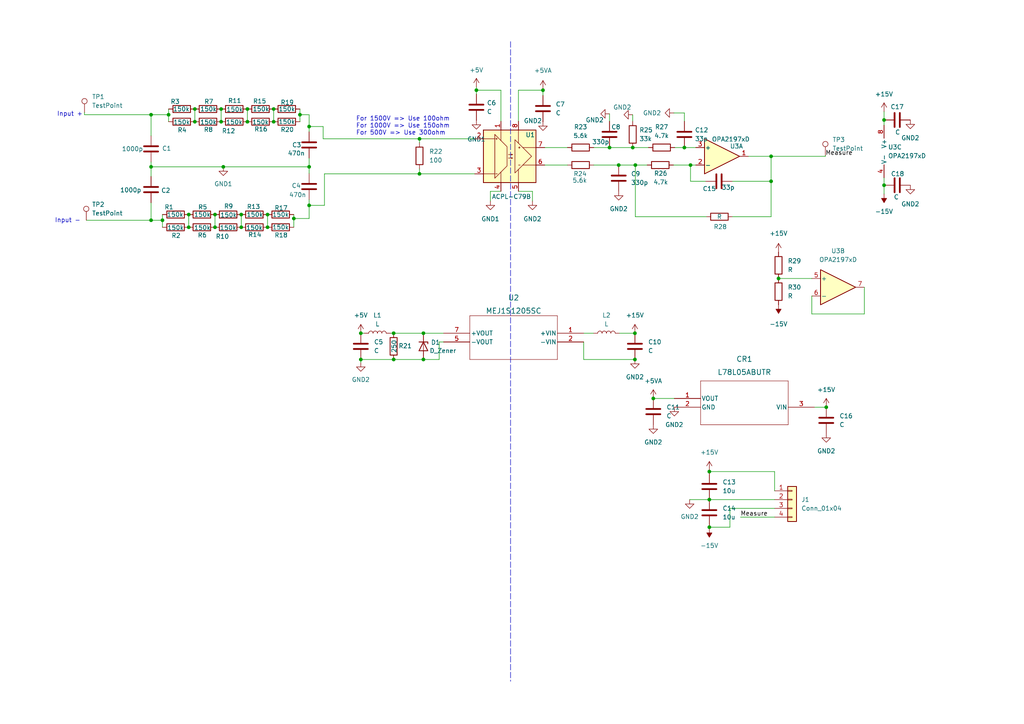
<source format=kicad_sch>
(kicad_sch (version 20211123) (generator eeschema)

  (uuid e63e39d7-6ac0-4ffd-8aa3-1841a4541b55)

  (paper "A4")

  (lib_symbols
    (symbol "Amplifier_Operational:OPA2197xD" (pin_names (offset 0.127)) (in_bom yes) (on_board yes)
      (property "Reference" "U" (id 0) (at 2.54 6.35 0)
        (effects (font (size 1.27 1.27)) (justify left))
      )
      (property "Value" "OPA2197xD" (id 1) (at 2.54 3.81 0)
        (effects (font (size 1.27 1.27)) (justify left))
      )
      (property "Footprint" "Package_SO:SOIC-8_3.9x4.9mm_P1.27mm" (id 2) (at 2.54 0 0)
        (effects (font (size 1.27 1.27)) hide)
      )
      (property "Datasheet" "http://www.ti.com/lit/ds/symlink/opa2197.pdf" (id 3) (at 6.35 3.81 0)
        (effects (font (size 1.27 1.27)) hide)
      )
      (property "ki_locked" "" (id 4) (at 0 0 0)
        (effects (font (size 1.27 1.27)))
      )
      (property "ki_keywords" "dual opamp rtor" (id 5) (at 0 0 0)
        (effects (font (size 1.27 1.27)) hide)
      )
      (property "ki_description" "Dual 36V, Precision, Rail-to-Rail Input/Output, Low Offset Voltage, Operational Amplifier, SOIC-8" (id 6) (at 0 0 0)
        (effects (font (size 1.27 1.27)) hide)
      )
      (property "ki_fp_filters" "SOIC*3.9x4.9mm*P1.27mm*" (id 7) (at 0 0 0)
        (effects (font (size 1.27 1.27)) hide)
      )
      (symbol "OPA2197xD_1_1"
        (polyline
          (pts
            (xy 5.08 0)
            (xy -5.08 5.08)
            (xy -5.08 -5.08)
            (xy 5.08 0)
          )
          (stroke (width 0.254) (type default) (color 0 0 0 0))
          (fill (type background))
        )
        (pin output line (at 7.62 0 180) (length 2.54)
          (name "~" (effects (font (size 1.27 1.27))))
          (number "1" (effects (font (size 1.27 1.27))))
        )
        (pin input line (at -7.62 -2.54 0) (length 2.54)
          (name "-" (effects (font (size 1.27 1.27))))
          (number "2" (effects (font (size 1.27 1.27))))
        )
        (pin input line (at -7.62 2.54 0) (length 2.54)
          (name "+" (effects (font (size 1.27 1.27))))
          (number "3" (effects (font (size 1.27 1.27))))
        )
      )
      (symbol "OPA2197xD_2_1"
        (polyline
          (pts
            (xy 5.08 0)
            (xy -5.08 5.08)
            (xy -5.08 -5.08)
            (xy 5.08 0)
          )
          (stroke (width 0.254) (type default) (color 0 0 0 0))
          (fill (type background))
        )
        (pin input line (at -7.62 2.54 0) (length 2.54)
          (name "+" (effects (font (size 1.27 1.27))))
          (number "5" (effects (font (size 1.27 1.27))))
        )
        (pin input line (at -7.62 -2.54 0) (length 2.54)
          (name "-" (effects (font (size 1.27 1.27))))
          (number "6" (effects (font (size 1.27 1.27))))
        )
        (pin output line (at 7.62 0 180) (length 2.54)
          (name "~" (effects (font (size 1.27 1.27))))
          (number "7" (effects (font (size 1.27 1.27))))
        )
      )
      (symbol "OPA2197xD_3_1"
        (pin power_in line (at 0 -7.62 90) (length 3.81)
          (name "V-" (effects (font (size 1.27 1.27))))
          (number "4" (effects (font (size 1.27 1.27))))
        )
        (pin power_in line (at 0 7.62 270) (length 3.81)
          (name "V+" (effects (font (size 1.27 1.27))))
          (number "8" (effects (font (size 1.27 1.27))))
        )
      )
    )
    (symbol "Connector:TestPoint" (pin_numbers hide) (pin_names (offset 0.762) hide) (in_bom yes) (on_board yes)
      (property "Reference" "TP" (id 0) (at 0 6.858 0)
        (effects (font (size 1.27 1.27)))
      )
      (property "Value" "TestPoint" (id 1) (at 0 5.08 0)
        (effects (font (size 1.27 1.27)))
      )
      (property "Footprint" "" (id 2) (at 5.08 0 0)
        (effects (font (size 1.27 1.27)) hide)
      )
      (property "Datasheet" "~" (id 3) (at 5.08 0 0)
        (effects (font (size 1.27 1.27)) hide)
      )
      (property "ki_keywords" "test point tp" (id 4) (at 0 0 0)
        (effects (font (size 1.27 1.27)) hide)
      )
      (property "ki_description" "test point" (id 5) (at 0 0 0)
        (effects (font (size 1.27 1.27)) hide)
      )
      (property "ki_fp_filters" "Pin* Test*" (id 6) (at 0 0 0)
        (effects (font (size 1.27 1.27)) hide)
      )
      (symbol "TestPoint_0_1"
        (circle (center 0 3.302) (radius 0.762)
          (stroke (width 0) (type default) (color 0 0 0 0))
          (fill (type none))
        )
      )
      (symbol "TestPoint_1_1"
        (pin passive line (at 0 0 90) (length 2.54)
          (name "1" (effects (font (size 1.27 1.27))))
          (number "1" (effects (font (size 1.27 1.27))))
        )
      )
    )
    (symbol "Connector_Generic:Conn_01x04" (pin_names (offset 1.016) hide) (in_bom yes) (on_board yes)
      (property "Reference" "J" (id 0) (at 0 5.08 0)
        (effects (font (size 1.27 1.27)))
      )
      (property "Value" "Conn_01x04" (id 1) (at 0 -7.62 0)
        (effects (font (size 1.27 1.27)))
      )
      (property "Footprint" "" (id 2) (at 0 0 0)
        (effects (font (size 1.27 1.27)) hide)
      )
      (property "Datasheet" "~" (id 3) (at 0 0 0)
        (effects (font (size 1.27 1.27)) hide)
      )
      (property "ki_keywords" "connector" (id 4) (at 0 0 0)
        (effects (font (size 1.27 1.27)) hide)
      )
      (property "ki_description" "Generic connector, single row, 01x04, script generated (kicad-library-utils/schlib/autogen/connector/)" (id 5) (at 0 0 0)
        (effects (font (size 1.27 1.27)) hide)
      )
      (property "ki_fp_filters" "Connector*:*_1x??_*" (id 6) (at 0 0 0)
        (effects (font (size 1.27 1.27)) hide)
      )
      (symbol "Conn_01x04_1_1"
        (rectangle (start -1.27 -4.953) (end 0 -5.207)
          (stroke (width 0.1524) (type default) (color 0 0 0 0))
          (fill (type none))
        )
        (rectangle (start -1.27 -2.413) (end 0 -2.667)
          (stroke (width 0.1524) (type default) (color 0 0 0 0))
          (fill (type none))
        )
        (rectangle (start -1.27 0.127) (end 0 -0.127)
          (stroke (width 0.1524) (type default) (color 0 0 0 0))
          (fill (type none))
        )
        (rectangle (start -1.27 2.667) (end 0 2.413)
          (stroke (width 0.1524) (type default) (color 0 0 0 0))
          (fill (type none))
        )
        (rectangle (start -1.27 3.81) (end 1.27 -6.35)
          (stroke (width 0.254) (type default) (color 0 0 0 0))
          (fill (type background))
        )
        (pin passive line (at -5.08 2.54 0) (length 3.81)
          (name "Pin_1" (effects (font (size 1.27 1.27))))
          (number "1" (effects (font (size 1.27 1.27))))
        )
        (pin passive line (at -5.08 0 0) (length 3.81)
          (name "Pin_2" (effects (font (size 1.27 1.27))))
          (number "2" (effects (font (size 1.27 1.27))))
        )
        (pin passive line (at -5.08 -2.54 0) (length 3.81)
          (name "Pin_3" (effects (font (size 1.27 1.27))))
          (number "3" (effects (font (size 1.27 1.27))))
        )
        (pin passive line (at -5.08 -5.08 0) (length 3.81)
          (name "Pin_4" (effects (font (size 1.27 1.27))))
          (number "4" (effects (font (size 1.27 1.27))))
        )
      )
    )
    (symbol "Device:C" (pin_numbers hide) (pin_names (offset 0.254)) (in_bom yes) (on_board yes)
      (property "Reference" "C" (id 0) (at 0.635 2.54 0)
        (effects (font (size 1.27 1.27)) (justify left))
      )
      (property "Value" "C" (id 1) (at 0.635 -2.54 0)
        (effects (font (size 1.27 1.27)) (justify left))
      )
      (property "Footprint" "" (id 2) (at 0.9652 -3.81 0)
        (effects (font (size 1.27 1.27)) hide)
      )
      (property "Datasheet" "~" (id 3) (at 0 0 0)
        (effects (font (size 1.27 1.27)) hide)
      )
      (property "ki_keywords" "cap capacitor" (id 4) (at 0 0 0)
        (effects (font (size 1.27 1.27)) hide)
      )
      (property "ki_description" "Unpolarized capacitor" (id 5) (at 0 0 0)
        (effects (font (size 1.27 1.27)) hide)
      )
      (property "ki_fp_filters" "C_*" (id 6) (at 0 0 0)
        (effects (font (size 1.27 1.27)) hide)
      )
      (symbol "C_0_1"
        (polyline
          (pts
            (xy -2.032 -0.762)
            (xy 2.032 -0.762)
          )
          (stroke (width 0.508) (type default) (color 0 0 0 0))
          (fill (type none))
        )
        (polyline
          (pts
            (xy -2.032 0.762)
            (xy 2.032 0.762)
          )
          (stroke (width 0.508) (type default) (color 0 0 0 0))
          (fill (type none))
        )
      )
      (symbol "C_1_1"
        (pin passive line (at 0 3.81 270) (length 2.794)
          (name "~" (effects (font (size 1.27 1.27))))
          (number "1" (effects (font (size 1.27 1.27))))
        )
        (pin passive line (at 0 -3.81 90) (length 2.794)
          (name "~" (effects (font (size 1.27 1.27))))
          (number "2" (effects (font (size 1.27 1.27))))
        )
      )
    )
    (symbol "Device:D_Zener" (pin_numbers hide) (pin_names (offset 1.016) hide) (in_bom yes) (on_board yes)
      (property "Reference" "D" (id 0) (at 0 2.54 0)
        (effects (font (size 1.27 1.27)))
      )
      (property "Value" "D_Zener" (id 1) (at 0 -2.54 0)
        (effects (font (size 1.27 1.27)))
      )
      (property "Footprint" "" (id 2) (at 0 0 0)
        (effects (font (size 1.27 1.27)) hide)
      )
      (property "Datasheet" "~" (id 3) (at 0 0 0)
        (effects (font (size 1.27 1.27)) hide)
      )
      (property "ki_keywords" "diode" (id 4) (at 0 0 0)
        (effects (font (size 1.27 1.27)) hide)
      )
      (property "ki_description" "Zener diode" (id 5) (at 0 0 0)
        (effects (font (size 1.27 1.27)) hide)
      )
      (property "ki_fp_filters" "TO-???* *_Diode_* *SingleDiode* D_*" (id 6) (at 0 0 0)
        (effects (font (size 1.27 1.27)) hide)
      )
      (symbol "D_Zener_0_1"
        (polyline
          (pts
            (xy 1.27 0)
            (xy -1.27 0)
          )
          (stroke (width 0) (type default) (color 0 0 0 0))
          (fill (type none))
        )
        (polyline
          (pts
            (xy -1.27 -1.27)
            (xy -1.27 1.27)
            (xy -0.762 1.27)
          )
          (stroke (width 0.254) (type default) (color 0 0 0 0))
          (fill (type none))
        )
        (polyline
          (pts
            (xy 1.27 -1.27)
            (xy 1.27 1.27)
            (xy -1.27 0)
            (xy 1.27 -1.27)
          )
          (stroke (width 0.254) (type default) (color 0 0 0 0))
          (fill (type none))
        )
      )
      (symbol "D_Zener_1_1"
        (pin passive line (at -3.81 0 0) (length 2.54)
          (name "K" (effects (font (size 1.27 1.27))))
          (number "1" (effects (font (size 1.27 1.27))))
        )
        (pin passive line (at 3.81 0 180) (length 2.54)
          (name "A" (effects (font (size 1.27 1.27))))
          (number "2" (effects (font (size 1.27 1.27))))
        )
      )
    )
    (symbol "Device:L" (pin_numbers hide) (pin_names (offset 1.016) hide) (in_bom yes) (on_board yes)
      (property "Reference" "L" (id 0) (at -1.27 0 90)
        (effects (font (size 1.27 1.27)))
      )
      (property "Value" "L" (id 1) (at 1.905 0 90)
        (effects (font (size 1.27 1.27)))
      )
      (property "Footprint" "" (id 2) (at 0 0 0)
        (effects (font (size 1.27 1.27)) hide)
      )
      (property "Datasheet" "~" (id 3) (at 0 0 0)
        (effects (font (size 1.27 1.27)) hide)
      )
      (property "ki_keywords" "inductor choke coil reactor magnetic" (id 4) (at 0 0 0)
        (effects (font (size 1.27 1.27)) hide)
      )
      (property "ki_description" "Inductor" (id 5) (at 0 0 0)
        (effects (font (size 1.27 1.27)) hide)
      )
      (property "ki_fp_filters" "Choke_* *Coil* Inductor_* L_*" (id 6) (at 0 0 0)
        (effects (font (size 1.27 1.27)) hide)
      )
      (symbol "L_0_1"
        (arc (start 0 -2.54) (mid 0.635 -1.905) (end 0 -1.27)
          (stroke (width 0) (type default) (color 0 0 0 0))
          (fill (type none))
        )
        (arc (start 0 -1.27) (mid 0.635 -0.635) (end 0 0)
          (stroke (width 0) (type default) (color 0 0 0 0))
          (fill (type none))
        )
        (arc (start 0 0) (mid 0.635 0.635) (end 0 1.27)
          (stroke (width 0) (type default) (color 0 0 0 0))
          (fill (type none))
        )
        (arc (start 0 1.27) (mid 0.635 1.905) (end 0 2.54)
          (stroke (width 0) (type default) (color 0 0 0 0))
          (fill (type none))
        )
      )
      (symbol "L_1_1"
        (pin passive line (at 0 3.81 270) (length 1.27)
          (name "1" (effects (font (size 1.27 1.27))))
          (number "1" (effects (font (size 1.27 1.27))))
        )
        (pin passive line (at 0 -3.81 90) (length 1.27)
          (name "2" (effects (font (size 1.27 1.27))))
          (number "2" (effects (font (size 1.27 1.27))))
        )
      )
    )
    (symbol "Device:R" (pin_numbers hide) (pin_names (offset 0)) (in_bom yes) (on_board yes)
      (property "Reference" "R" (id 0) (at 2.032 0 90)
        (effects (font (size 1.27 1.27)))
      )
      (property "Value" "R" (id 1) (at 0 0 90)
        (effects (font (size 1.27 1.27)))
      )
      (property "Footprint" "" (id 2) (at -1.778 0 90)
        (effects (font (size 1.27 1.27)) hide)
      )
      (property "Datasheet" "~" (id 3) (at 0 0 0)
        (effects (font (size 1.27 1.27)) hide)
      )
      (property "ki_keywords" "R res resistor" (id 4) (at 0 0 0)
        (effects (font (size 1.27 1.27)) hide)
      )
      (property "ki_description" "Resistor" (id 5) (at 0 0 0)
        (effects (font (size 1.27 1.27)) hide)
      )
      (property "ki_fp_filters" "R_*" (id 6) (at 0 0 0)
        (effects (font (size 1.27 1.27)) hide)
      )
      (symbol "R_0_1"
        (rectangle (start -1.016 -2.54) (end 1.016 2.54)
          (stroke (width 0.254) (type default) (color 0 0 0 0))
          (fill (type none))
        )
      )
      (symbol "R_1_1"
        (pin passive line (at 0 3.81 270) (length 1.27)
          (name "~" (effects (font (size 1.27 1.27))))
          (number "1" (effects (font (size 1.27 1.27))))
        )
        (pin passive line (at 0 -3.81 90) (length 1.27)
          (name "~" (effects (font (size 1.27 1.27))))
          (number "2" (effects (font (size 1.27 1.27))))
        )
      )
    )
    (symbol "Isolator_Analog:ACPL-C79B" (pin_names (offset 0) hide) (in_bom yes) (on_board yes)
      (property "Reference" "U" (id 0) (at -5.08 10.795 0)
        (effects (font (size 1.27 1.27)) (justify right))
      )
      (property "Value" "ACPL-C79B" (id 1) (at -5.08 8.89 0)
        (effects (font (size 1.27 1.27)) (justify right))
      )
      (property "Footprint" "Package_SO:SSO-8_6.8x5.9mm_P1.27mm_Clearance8mm" (id 2) (at 3.81 -8.89 0)
        (effects (font (size 1.27 1.27) italic) (justify left) hide)
      )
      (property "Datasheet" "http://docs.avagotech.com/docs/AV02-2460EN" (id 3) (at 1.143 0.127 0)
        (effects (font (size 1.27 1.27)) (justify left) hide)
      )
      (property "ki_keywords" "Isolation Amplifer" (id 4) (at 0 0 0)
        (effects (font (size 1.27 1.27)) hide)
      )
      (property "ki_description" "Precision Isolation Amplifer, ±0.5% Gain Tolerance, Bandwidth 200kHz, SSO-8" (id 5) (at 0 0 0)
        (effects (font (size 1.27 1.27)) hide)
      )
      (property "ki_fp_filters" "SSO*6.8x5.9mm*P1.27mm*Clearance8mm*" (id 6) (at 0 0 0)
        (effects (font (size 1.27 1.27)) hide)
      )
      (symbol "ACPL-C79B_0_1"
        (rectangle (start -7.62 7.62) (end 7.62 -7.62)
          (stroke (width 0.254) (type default) (color 0 0 0 0))
          (fill (type background))
        )
        (polyline
          (pts
            (xy -7.62 -5.08)
            (xy -4.318 -5.08)
          )
          (stroke (width 0) (type default) (color 0 0 0 0))
          (fill (type none))
        )
        (polyline
          (pts
            (xy -7.62 5.08)
            (xy -4.318 5.08)
          )
          (stroke (width 0) (type default) (color 0 0 0 0))
          (fill (type none))
        )
        (polyline
          (pts
            (xy -4.318 6.35)
            (xy -4.318 -6.35)
          )
          (stroke (width 0) (type default) (color 0 0 0 0))
          (fill (type none))
        )
        (polyline
          (pts
            (xy -4.064 -5.08)
            (xy -3.556 -5.08)
          )
          (stroke (width 0) (type default) (color 0 0 0 0))
          (fill (type none))
        )
        (polyline
          (pts
            (xy -4.064 5.08)
            (xy -3.556 5.08)
          )
          (stroke (width 0) (type default) (color 0 0 0 0))
          (fill (type none))
        )
        (polyline
          (pts
            (xy -3.81 5.334)
            (xy -3.81 4.826)
          )
          (stroke (width 0) (type default) (color 0 0 0 0))
          (fill (type none))
        )
        (polyline
          (pts
            (xy -2.54 -7.62)
            (xy -2.54 -4.572)
          )
          (stroke (width 0) (type default) (color 0 0 0 0))
          (fill (type none))
        )
        (polyline
          (pts
            (xy -2.54 7.62)
            (xy -2.54 4.572)
          )
          (stroke (width 0) (type default) (color 0 0 0 0))
          (fill (type none))
        )
        (polyline
          (pts
            (xy 2.54 -7.62)
            (xy 2.54 -3.81)
          )
          (stroke (width 0) (type default) (color 0 0 0 0))
          (fill (type none))
        )
        (polyline
          (pts
            (xy 2.54 7.62)
            (xy 2.54 3.81)
          )
          (stroke (width 0) (type default) (color 0 0 0 0))
          (fill (type none))
        )
        (polyline
          (pts
            (xy 2.794 2.794)
            (xy 2.794 2.286)
          )
          (stroke (width 0) (type default) (color 0 0 0 0))
          (fill (type none))
        )
        (polyline
          (pts
            (xy 3.048 -2.54)
            (xy 2.54 -2.54)
          )
          (stroke (width 0) (type default) (color 0 0 0 0))
          (fill (type none))
        )
        (polyline
          (pts
            (xy 3.048 2.54)
            (xy 2.54 2.54)
          )
          (stroke (width 0) (type default) (color 0 0 0 0))
          (fill (type none))
        )
        (polyline
          (pts
            (xy 7.62 -2.54)
            (xy 3.81 -2.54)
          )
          (stroke (width 0) (type default) (color 0 0 0 0))
          (fill (type none))
        )
        (polyline
          (pts
            (xy 7.62 2.54)
            (xy 3.81 2.54)
          )
          (stroke (width 0) (type default) (color 0 0 0 0))
          (fill (type none))
        )
        (polyline
          (pts
            (xy 6.35 0)
            (xy 1.524 -4.826)
            (xy 1.524 4.826)
            (xy 6.35 0)
          )
          (stroke (width 0) (type default) (color 0 0 0 0))
          (fill (type none))
        )
        (polyline
          (pts
            (xy -4.318 -6.35)
            (xy -0.762 -2.794)
            (xy -0.762 2.794)
            (xy -4.318 6.35)
            (xy -4.318 -6.35)
          )
          (stroke (width 0) (type default) (color 0 0 0 0))
          (fill (type none))
        )
        (polyline
          (pts
            (xy -0.381 -0.508)
            (xy 0.889 -0.508)
            (xy 0.508 -0.635)
            (xy 0.508 -0.381)
            (xy 0.889 -0.508)
          )
          (stroke (width 0) (type default) (color 0 0 0 0))
          (fill (type none))
        )
        (polyline
          (pts
            (xy -0.381 0.508)
            (xy 0.889 0.508)
            (xy 0.508 0.381)
            (xy 0.508 0.635)
            (xy 0.889 0.508)
          )
          (stroke (width 0) (type default) (color 0 0 0 0))
          (fill (type none))
        )
      )
      (symbol "ACPL-C79B_1_1"
        (pin power_in line (at -2.54 10.16 270) (length 2.54)
          (name "VDD1" (effects (font (size 1.27 1.27))))
          (number "1" (effects (font (size 1.27 1.27))))
        )
        (pin input line (at -10.16 5.08 0) (length 2.54)
          (name "IN+" (effects (font (size 1.27 1.27))))
          (number "2" (effects (font (size 1.27 1.27))))
        )
        (pin input line (at -10.16 -5.08 0) (length 2.54)
          (name "IN-" (effects (font (size 1.27 1.27))))
          (number "3" (effects (font (size 1.27 1.27))))
        )
        (pin power_in line (at -2.54 -10.16 90) (length 2.54)
          (name "GND1" (effects (font (size 1.27 1.27))))
          (number "4" (effects (font (size 1.27 1.27))))
        )
        (pin power_in line (at 2.54 -10.16 90) (length 2.54)
          (name "GND2" (effects (font (size 1.27 1.27))))
          (number "5" (effects (font (size 1.27 1.27))))
        )
        (pin output line (at 10.16 -2.54 180) (length 2.54)
          (name "OUT-" (effects (font (size 1.27 1.27))))
          (number "6" (effects (font (size 1.27 1.27))))
        )
        (pin output line (at 10.16 2.54 180) (length 2.54)
          (name "OUT+" (effects (font (size 1.27 1.27))))
          (number "7" (effects (font (size 1.27 1.27))))
        )
        (pin power_in line (at 2.54 10.16 270) (length 2.54)
          (name "VDD2" (effects (font (size 1.27 1.27))))
          (number "8" (effects (font (size 1.27 1.27))))
        )
      )
    )
    (symbol "L78L05ABUTR:L78L05ABUTR" (pin_names (offset 0.254)) (in_bom yes) (on_board yes)
      (property "Reference" "CR" (id 0) (at 20.32 10.16 0)
        (effects (font (size 1.524 1.524)))
      )
      (property "Value" "L78L05ABUTR" (id 1) (at 20.32 7.62 0)
        (effects (font (size 1.524 1.524)))
      )
      (property "Footprint" "SOT-89_STM" (id 2) (at 0 0 0)
        (effects (font (size 1.27 1.27) italic) hide)
      )
      (property "Datasheet" "L78L05ABUTR" (id 3) (at 0 0 0)
        (effects (font (size 1.27 1.27) italic) hide)
      )
      (property "ki_locked" "" (id 4) (at 0 0 0)
        (effects (font (size 1.27 1.27)))
      )
      (property "ki_keywords" "L78L05ABUTR" (id 5) (at 0 0 0)
        (effects (font (size 1.27 1.27)) hide)
      )
      (property "ki_fp_filters" "SOT-89_STM SOT-89_STM-M SOT-89_STM-L" (id 6) (at 0 0 0)
        (effects (font (size 1.27 1.27)) hide)
      )
      (symbol "L78L05ABUTR_0_1"
        (polyline
          (pts
            (xy 7.62 -7.62)
            (xy 33.02 -7.62)
          )
          (stroke (width 0.127) (type default) (color 0 0 0 0))
          (fill (type none))
        )
        (polyline
          (pts
            (xy 7.62 5.08)
            (xy 7.62 -7.62)
          )
          (stroke (width 0.127) (type default) (color 0 0 0 0))
          (fill (type none))
        )
        (polyline
          (pts
            (xy 33.02 -7.62)
            (xy 33.02 5.08)
          )
          (stroke (width 0.127) (type default) (color 0 0 0 0))
          (fill (type none))
        )
        (polyline
          (pts
            (xy 33.02 5.08)
            (xy 7.62 5.08)
          )
          (stroke (width 0.127) (type default) (color 0 0 0 0))
          (fill (type none))
        )
        (pin output line (at 0 0 0) (length 7.62)
          (name "VOUT" (effects (font (size 1.27 1.27))))
          (number "1" (effects (font (size 1.27 1.27))))
        )
        (pin power_out line (at 0 -2.54 0) (length 7.62)
          (name "GND" (effects (font (size 1.27 1.27))))
          (number "2" (effects (font (size 1.27 1.27))))
        )
        (pin input line (at 40.64 -2.54 180) (length 7.62)
          (name "VIN" (effects (font (size 1.27 1.27))))
          (number "3" (effects (font (size 1.27 1.27))))
        )
      )
    )
    (symbol "MEJ1S1505SC:MEJ1S1205SC" (pin_names (offset 0.254)) (in_bom yes) (on_board yes)
      (property "Reference" "U" (id 0) (at 20.32 10.16 0)
        (effects (font (size 1.524 1.524)))
      )
      (property "Value" "MEJ1S1205SC" (id 1) (at 20.32 7.62 0)
        (effects (font (size 1.524 1.524)))
      )
      (property "Footprint" "SIP4_MEJ1S_MUR" (id 2) (at 0 0 0)
        (effects (font (size 1.27 1.27) italic) hide)
      )
      (property "Datasheet" "MEJ1S1205SC" (id 3) (at 0 0 0)
        (effects (font (size 1.27 1.27) italic) hide)
      )
      (property "ki_locked" "" (id 4) (at 0 0 0)
        (effects (font (size 1.27 1.27)))
      )
      (property "ki_keywords" "MEJ1S1205SC" (id 5) (at 0 0 0)
        (effects (font (size 1.27 1.27)) hide)
      )
      (property "ki_fp_filters" "SIP4_MEJ1S_MUR" (id 6) (at 0 0 0)
        (effects (font (size 1.27 1.27)) hide)
      )
      (symbol "MEJ1S1205SC_0_1"
        (polyline
          (pts
            (xy 7.62 -7.62)
            (xy 33.02 -7.62)
          )
          (stroke (width 0.127) (type default) (color 0 0 0 0))
          (fill (type none))
        )
        (polyline
          (pts
            (xy 7.62 5.08)
            (xy 7.62 -7.62)
          )
          (stroke (width 0.127) (type default) (color 0 0 0 0))
          (fill (type none))
        )
        (polyline
          (pts
            (xy 33.02 -7.62)
            (xy 33.02 5.08)
          )
          (stroke (width 0.127) (type default) (color 0 0 0 0))
          (fill (type none))
        )
        (polyline
          (pts
            (xy 33.02 5.08)
            (xy 7.62 5.08)
          )
          (stroke (width 0.127) (type default) (color 0 0 0 0))
          (fill (type none))
        )
        (pin power_in line (at 0 0 0) (length 7.62)
          (name "+VIN" (effects (font (size 1.27 1.27))))
          (number "1" (effects (font (size 1.27 1.27))))
        )
        (pin power_in line (at 0 -2.54 0) (length 7.62)
          (name "-VIN" (effects (font (size 1.27 1.27))))
          (number "2" (effects (font (size 1.27 1.27))))
        )
        (pin power_in line (at 40.64 -2.54 180) (length 7.62)
          (name "-VOUT" (effects (font (size 1.27 1.27))))
          (number "5" (effects (font (size 1.27 1.27))))
        )
        (pin power_in line (at 40.64 0 180) (length 7.62)
          (name "+VOUT" (effects (font (size 1.27 1.27))))
          (number "7" (effects (font (size 1.27 1.27))))
        )
      )
    )
    (symbol "power:+15V" (power) (pin_names (offset 0)) (in_bom yes) (on_board yes)
      (property "Reference" "#PWR" (id 0) (at 0 -3.81 0)
        (effects (font (size 1.27 1.27)) hide)
      )
      (property "Value" "+15V" (id 1) (at 0 3.556 0)
        (effects (font (size 1.27 1.27)))
      )
      (property "Footprint" "" (id 2) (at 0 0 0)
        (effects (font (size 1.27 1.27)) hide)
      )
      (property "Datasheet" "" (id 3) (at 0 0 0)
        (effects (font (size 1.27 1.27)) hide)
      )
      (property "ki_keywords" "power-flag" (id 4) (at 0 0 0)
        (effects (font (size 1.27 1.27)) hide)
      )
      (property "ki_description" "Power symbol creates a global label with name \"+15V\"" (id 5) (at 0 0 0)
        (effects (font (size 1.27 1.27)) hide)
      )
      (symbol "+15V_0_1"
        (polyline
          (pts
            (xy -0.762 1.27)
            (xy 0 2.54)
          )
          (stroke (width 0) (type default) (color 0 0 0 0))
          (fill (type none))
        )
        (polyline
          (pts
            (xy 0 0)
            (xy 0 2.54)
          )
          (stroke (width 0) (type default) (color 0 0 0 0))
          (fill (type none))
        )
        (polyline
          (pts
            (xy 0 2.54)
            (xy 0.762 1.27)
          )
          (stroke (width 0) (type default) (color 0 0 0 0))
          (fill (type none))
        )
      )
      (symbol "+15V_1_1"
        (pin power_in line (at 0 0 90) (length 0) hide
          (name "+15V" (effects (font (size 1.27 1.27))))
          (number "1" (effects (font (size 1.27 1.27))))
        )
      )
    )
    (symbol "power:+5V" (power) (pin_names (offset 0)) (in_bom yes) (on_board yes)
      (property "Reference" "#PWR" (id 0) (at 0 -3.81 0)
        (effects (font (size 1.27 1.27)) hide)
      )
      (property "Value" "+5V" (id 1) (at 0 3.556 0)
        (effects (font (size 1.27 1.27)))
      )
      (property "Footprint" "" (id 2) (at 0 0 0)
        (effects (font (size 1.27 1.27)) hide)
      )
      (property "Datasheet" "" (id 3) (at 0 0 0)
        (effects (font (size 1.27 1.27)) hide)
      )
      (property "ki_keywords" "power-flag" (id 4) (at 0 0 0)
        (effects (font (size 1.27 1.27)) hide)
      )
      (property "ki_description" "Power symbol creates a global label with name \"+5V\"" (id 5) (at 0 0 0)
        (effects (font (size 1.27 1.27)) hide)
      )
      (symbol "+5V_0_1"
        (polyline
          (pts
            (xy -0.762 1.27)
            (xy 0 2.54)
          )
          (stroke (width 0) (type default) (color 0 0 0 0))
          (fill (type none))
        )
        (polyline
          (pts
            (xy 0 0)
            (xy 0 2.54)
          )
          (stroke (width 0) (type default) (color 0 0 0 0))
          (fill (type none))
        )
        (polyline
          (pts
            (xy 0 2.54)
            (xy 0.762 1.27)
          )
          (stroke (width 0) (type default) (color 0 0 0 0))
          (fill (type none))
        )
      )
      (symbol "+5V_1_1"
        (pin power_in line (at 0 0 90) (length 0) hide
          (name "+5V" (effects (font (size 1.27 1.27))))
          (number "1" (effects (font (size 1.27 1.27))))
        )
      )
    )
    (symbol "power:+5VA" (power) (pin_names (offset 0)) (in_bom yes) (on_board yes)
      (property "Reference" "#PWR" (id 0) (at 0 -3.81 0)
        (effects (font (size 1.27 1.27)) hide)
      )
      (property "Value" "+5VA" (id 1) (at 0 3.556 0)
        (effects (font (size 1.27 1.27)))
      )
      (property "Footprint" "" (id 2) (at 0 0 0)
        (effects (font (size 1.27 1.27)) hide)
      )
      (property "Datasheet" "" (id 3) (at 0 0 0)
        (effects (font (size 1.27 1.27)) hide)
      )
      (property "ki_keywords" "power-flag" (id 4) (at 0 0 0)
        (effects (font (size 1.27 1.27)) hide)
      )
      (property "ki_description" "Power symbol creates a global label with name \"+5VA\"" (id 5) (at 0 0 0)
        (effects (font (size 1.27 1.27)) hide)
      )
      (symbol "+5VA_0_1"
        (polyline
          (pts
            (xy -0.762 1.27)
            (xy 0 2.54)
          )
          (stroke (width 0) (type default) (color 0 0 0 0))
          (fill (type none))
        )
        (polyline
          (pts
            (xy 0 0)
            (xy 0 2.54)
          )
          (stroke (width 0) (type default) (color 0 0 0 0))
          (fill (type none))
        )
        (polyline
          (pts
            (xy 0 2.54)
            (xy 0.762 1.27)
          )
          (stroke (width 0) (type default) (color 0 0 0 0))
          (fill (type none))
        )
      )
      (symbol "+5VA_1_1"
        (pin power_in line (at 0 0 90) (length 0) hide
          (name "+5VA" (effects (font (size 1.27 1.27))))
          (number "1" (effects (font (size 1.27 1.27))))
        )
      )
    )
    (symbol "power:-15V" (power) (pin_names (offset 0)) (in_bom yes) (on_board yes)
      (property "Reference" "#PWR" (id 0) (at 0 2.54 0)
        (effects (font (size 1.27 1.27)) hide)
      )
      (property "Value" "-15V" (id 1) (at 0 3.81 0)
        (effects (font (size 1.27 1.27)))
      )
      (property "Footprint" "" (id 2) (at 0 0 0)
        (effects (font (size 1.27 1.27)) hide)
      )
      (property "Datasheet" "" (id 3) (at 0 0 0)
        (effects (font (size 1.27 1.27)) hide)
      )
      (property "ki_keywords" "power-flag" (id 4) (at 0 0 0)
        (effects (font (size 1.27 1.27)) hide)
      )
      (property "ki_description" "Power symbol creates a global label with name \"-15V\"" (id 5) (at 0 0 0)
        (effects (font (size 1.27 1.27)) hide)
      )
      (symbol "-15V_0_0"
        (pin power_in line (at 0 0 90) (length 0) hide
          (name "-15V" (effects (font (size 1.27 1.27))))
          (number "1" (effects (font (size 1.27 1.27))))
        )
      )
      (symbol "-15V_0_1"
        (polyline
          (pts
            (xy 0 0)
            (xy 0 1.27)
            (xy 0.762 1.27)
            (xy 0 2.54)
            (xy -0.762 1.27)
            (xy 0 1.27)
          )
          (stroke (width 0) (type default) (color 0 0 0 0))
          (fill (type outline))
        )
      )
    )
    (symbol "power:GND1" (power) (pin_names (offset 0)) (in_bom yes) (on_board yes)
      (property "Reference" "#PWR" (id 0) (at 0 -6.35 0)
        (effects (font (size 1.27 1.27)) hide)
      )
      (property "Value" "GND1" (id 1) (at 0 -3.81 0)
        (effects (font (size 1.27 1.27)))
      )
      (property "Footprint" "" (id 2) (at 0 0 0)
        (effects (font (size 1.27 1.27)) hide)
      )
      (property "Datasheet" "" (id 3) (at 0 0 0)
        (effects (font (size 1.27 1.27)) hide)
      )
      (property "ki_keywords" "power-flag" (id 4) (at 0 0 0)
        (effects (font (size 1.27 1.27)) hide)
      )
      (property "ki_description" "Power symbol creates a global label with name \"GND1\" , ground" (id 5) (at 0 0 0)
        (effects (font (size 1.27 1.27)) hide)
      )
      (symbol "GND1_0_1"
        (polyline
          (pts
            (xy 0 0)
            (xy 0 -1.27)
            (xy 1.27 -1.27)
            (xy 0 -2.54)
            (xy -1.27 -1.27)
            (xy 0 -1.27)
          )
          (stroke (width 0) (type default) (color 0 0 0 0))
          (fill (type none))
        )
      )
      (symbol "GND1_1_1"
        (pin power_in line (at 0 0 270) (length 0) hide
          (name "GND1" (effects (font (size 1.27 1.27))))
          (number "1" (effects (font (size 1.27 1.27))))
        )
      )
    )
    (symbol "power:GND2" (power) (pin_names (offset 0)) (in_bom yes) (on_board yes)
      (property "Reference" "#PWR" (id 0) (at 0 -6.35 0)
        (effects (font (size 1.27 1.27)) hide)
      )
      (property "Value" "GND2" (id 1) (at 0 -3.81 0)
        (effects (font (size 1.27 1.27)))
      )
      (property "Footprint" "" (id 2) (at 0 0 0)
        (effects (font (size 1.27 1.27)) hide)
      )
      (property "Datasheet" "" (id 3) (at 0 0 0)
        (effects (font (size 1.27 1.27)) hide)
      )
      (property "ki_keywords" "power-flag" (id 4) (at 0 0 0)
        (effects (font (size 1.27 1.27)) hide)
      )
      (property "ki_description" "Power symbol creates a global label with name \"GND2\" , ground" (id 5) (at 0 0 0)
        (effects (font (size 1.27 1.27)) hide)
      )
      (symbol "GND2_0_1"
        (polyline
          (pts
            (xy 0 0)
            (xy 0 -1.27)
            (xy 1.27 -1.27)
            (xy 0 -2.54)
            (xy -1.27 -1.27)
            (xy 0 -1.27)
          )
          (stroke (width 0) (type default) (color 0 0 0 0))
          (fill (type none))
        )
      )
      (symbol "GND2_1_1"
        (pin power_in line (at 0 0 270) (length 0) hide
          (name "GND2" (effects (font (size 1.27 1.27))))
          (number "1" (effects (font (size 1.27 1.27))))
        )
      )
    )
  )

  (junction (at 56.515 31.623) (diameter 0) (color 0 0 0 0)
    (uuid 03403013-92be-474a-b951-5de6d2059c9c)
  )
  (junction (at 157.48 26.162) (diameter 0) (color 0 0 0 0)
    (uuid 0d91cd97-7f66-490a-8d34-f78d0c26919f)
  )
  (junction (at 104.648 96.647) (diameter 0) (color 0 0 0 0)
    (uuid 188ea06c-6e73-403b-9934-e411bff4a62d)
  )
  (junction (at 47.117 63.881) (diameter 0) (color 0 0 0 0)
    (uuid 1d417c7a-b772-4095-9f25-27b4cd8ff3f9)
  )
  (junction (at 179.451 47.879) (diameter 0) (color 0 0 0 0)
    (uuid 21f81c78-7d3b-4fc1-ac30-86317cfb7562)
  )
  (junction (at 48.895 33.274) (diameter 0) (color 0 0 0 0)
    (uuid 282afdc6-7b29-4f18-87e4-ee8540aff3f2)
  )
  (junction (at 121.666 50.419) (diameter 0) (color 0 0 0 0)
    (uuid 289b8313-c932-4463-b32f-4cd145e73c2d)
  )
  (junction (at 122.809 96.647) (diameter 0) (color 0 0 0 0)
    (uuid 3939a40d-1573-4bf3-a725-29cdbb2cbbad)
  )
  (junction (at 71.755 31.623) (diameter 0) (color 0 0 0 0)
    (uuid 3a89ec7c-bda3-4190-b14e-819e04995af6)
  )
  (junction (at 64.135 31.623) (diameter 0) (color 0 0 0 0)
    (uuid 437bbe94-d2a3-4704-92a4-8cf024691c81)
  )
  (junction (at 71.755 35.306) (diameter 0) (color 0 0 0 0)
    (uuid 498bd9b2-2488-46a2-bb60-52e5e1de7533)
  )
  (junction (at 77.597 65.913) (diameter 0) (color 0 0 0 0)
    (uuid 4dda088c-7db2-4e6d-b0de-6062a6d62647)
  )
  (junction (at 69.977 65.913) (diameter 0) (color 0 0 0 0)
    (uuid 51d00426-fd25-44ac-8a58-5e61b510526e)
  )
  (junction (at 183.515 42.799) (diameter 0) (color 0 0 0 0)
    (uuid 5251051a-0782-4332-92d0-ea51cd7fc11d)
  )
  (junction (at 205.74 144.907) (diameter 0) (color 0 0 0 0)
    (uuid 56629591-bd14-4924-acfb-737363f3f3f5)
  )
  (junction (at 223.647 45.339) (diameter 0) (color 0 0 0 0)
    (uuid 5d0e4355-746f-4a44-8e37-9e0e638e7750)
  )
  (junction (at 89.662 48.387) (diameter 0) (color 0 0 0 0)
    (uuid 5f340c0c-7deb-47d5-9c14-9dd07e26793e)
  )
  (junction (at 256.413 53.721) (diameter 0) (color 0 0 0 0)
    (uuid 60924626-8971-4e52-838c-e3ac1ef015c6)
  )
  (junction (at 205.74 152.908) (diameter 0) (color 0 0 0 0)
    (uuid 60bc6b4d-4a6d-4440-b607-2785dd2d3e57)
  )
  (junction (at 69.977 62.23) (diameter 0) (color 0 0 0 0)
    (uuid 61672d25-9184-41fd-83b5-8069658db7e6)
  )
  (junction (at 114.173 104.267) (diameter 0) (color 0 0 0 0)
    (uuid 685a2790-57ee-4c99-9714-bb3353a5d676)
  )
  (junction (at 62.357 65.913) (diameter 0) (color 0 0 0 0)
    (uuid 690a7e0c-6ad8-4457-aec2-7374aecc8430)
  )
  (junction (at 189.484 115.57) (diameter 0) (color 0 0 0 0)
    (uuid 6ee8d740-3d74-4289-a8a4-ec6b0fc57228)
  )
  (junction (at 56.515 35.306) (diameter 0) (color 0 0 0 0)
    (uuid 75a24570-4dd3-4a65-a6b4-cc3c3adc4a0c)
  )
  (junction (at 64.77 48.387) (diameter 0) (color 0 0 0 0)
    (uuid 79615ea2-c332-4cbd-82c6-4aefeb5a0969)
  )
  (junction (at 54.737 62.23) (diameter 0) (color 0 0 0 0)
    (uuid 7f0eb58c-dc47-44d9-94c8-7dd88a46afd4)
  )
  (junction (at 200.279 47.879) (diameter 0) (color 0 0 0 0)
    (uuid 802492d0-cb73-4118-8df9-cc670a320620)
  )
  (junction (at 77.597 62.23) (diameter 0) (color 0 0 0 0)
    (uuid 89eff5cd-01fe-40e4-8625-2b47cc8d1bfc)
  )
  (junction (at 239.649 118.11) (diameter 0) (color 0 0 0 0)
    (uuid 90fed236-0e19-4c76-bc98-5e571cfaa539)
  )
  (junction (at 79.375 35.306) (diameter 0) (color 0 0 0 0)
    (uuid 920b2694-781a-45e4-a6c1-7a59cc399023)
  )
  (junction (at 43.815 33.274) (diameter 0) (color 0 0 0 0)
    (uuid 9b41eff9-101c-44a0-aed0-68b2a79112a7)
  )
  (junction (at 205.74 136.779) (diameter 0) (color 0 0 0 0)
    (uuid 9ffe752d-c3f1-4658-890f-01f412d71b6a)
  )
  (junction (at 79.375 31.623) (diameter 0) (color 0 0 0 0)
    (uuid a4198779-2784-4e36-9bd6-3b4b1e88fab2)
  )
  (junction (at 225.806 80.772) (diameter 0) (color 0 0 0 0)
    (uuid aeba6b2d-12c4-4f37-b34b-541726cbc78f)
  )
  (junction (at 121.666 40.259) (diameter 0) (color 0 0 0 0)
    (uuid b02b8283-ab06-4544-a563-601bd799a7b2)
  )
  (junction (at 256.413 34.798) (diameter 0) (color 0 0 0 0)
    (uuid b3a211ab-cde8-4082-b259-f7f4a4cc663f)
  )
  (junction (at 85.217 63.373) (diameter 0) (color 0 0 0 0)
    (uuid b923b101-b476-4552-95ea-780167efc0f2)
  )
  (junction (at 223.647 52.578) (diameter 0) (color 0 0 0 0)
    (uuid bb32d503-4ba0-49f9-a150-098cc2d068d2)
  )
  (junction (at 122.809 104.267) (diameter 0) (color 0 0 0 0)
    (uuid bd130d77-22b9-45ee-a5ac-800cb5c0bc19)
  )
  (junction (at 184.277 47.879) (diameter 0) (color 0 0 0 0)
    (uuid c6de89f5-152f-4721-a80c-dc90199dd97e)
  )
  (junction (at 104.648 104.267) (diameter 0) (color 0 0 0 0)
    (uuid ca76ee43-1dd2-4dab-9cfa-5d15723abf03)
  )
  (junction (at 43.815 63.881) (diameter 0) (color 0 0 0 0)
    (uuid cfb01d0d-ffcf-4d2d-9bfe-8ef828b4af86)
  )
  (junction (at 114.173 96.647) (diameter 0) (color 0 0 0 0)
    (uuid d3500641-1449-499d-9f07-f8fed745f7c5)
  )
  (junction (at 184.15 96.647) (diameter 0) (color 0 0 0 0)
    (uuid dc969adb-5a64-4a22-a1c1-1a290e9b743b)
  )
  (junction (at 89.662 36.703) (diameter 0) (color 0 0 0 0)
    (uuid dce2543e-7536-417f-b038-8f3ba96bf02b)
  )
  (junction (at 138.176 26.162) (diameter 0) (color 0 0 0 0)
    (uuid df69b517-eff5-4a6c-ac30-9573cee3413d)
  )
  (junction (at 86.995 33.274) (diameter 0) (color 0 0 0 0)
    (uuid e1bb5539-0a83-42cc-91f8-949113dd523f)
  )
  (junction (at 176.784 42.799) (diameter 0) (color 0 0 0 0)
    (uuid e4831bfa-edb7-4a84-ab11-1aa0db5908c3)
  )
  (junction (at 54.737 65.913) (diameter 0) (color 0 0 0 0)
    (uuid e9d2eb95-6cf3-41a2-b4fd-93468d5be833)
  )
  (junction (at 43.815 48.387) (diameter 0) (color 0 0 0 0)
    (uuid eedc3e66-4557-45e2-88c7-99b41e1553df)
  )
  (junction (at 184.15 104.267) (diameter 0) (color 0 0 0 0)
    (uuid eeea2c7e-e20f-4ec0-9abf-64375d2ba79c)
  )
  (junction (at 62.357 62.23) (diameter 0) (color 0 0 0 0)
    (uuid f267f775-98a1-4de5-b912-2387d17280ee)
  )
  (junction (at 198.501 42.799) (diameter 0) (color 0 0 0 0)
    (uuid f84fea1b-cfc8-4b22-8cf6-b72bce3f66c5)
  )
  (junction (at 64.135 35.306) (diameter 0) (color 0 0 0 0)
    (uuid f94fa888-4ef2-465a-b3ce-b1cc1b321ee1)
  )
  (junction (at 89.662 59.563) (diameter 0) (color 0 0 0 0)
    (uuid ff2520eb-01ae-459c-8d8f-a7d2ba3173e3)
  )

  (wire (pts (xy 89.662 48.387) (xy 89.662 50.292))
    (stroke (width 0) (type default) (color 0 0 0 0))
    (uuid 0100289c-d24c-43ed-8dc2-66c724f665c9)
  )
  (wire (pts (xy 205.74 136.398) (xy 205.74 136.779))
    (stroke (width 0) (type default) (color 0 0 0 0))
    (uuid 02a9ac3b-fc3b-4ab0-9212-160c3d427b65)
  )
  (wire (pts (xy 47.117 63.881) (xy 43.815 63.881))
    (stroke (width 0) (type default) (color 0 0 0 0))
    (uuid 0344a337-c9de-4d0b-9b83-add7bbdb8312)
  )
  (wire (pts (xy 212.344 52.578) (xy 223.647 52.578))
    (stroke (width 0) (type default) (color 0 0 0 0))
    (uuid 061881ed-a142-4ef2-9a16-d340dd2c3f4e)
  )
  (wire (pts (xy 256.413 56.261) (xy 256.413 53.721))
    (stroke (width 0) (type default) (color 0 0 0 0))
    (uuid 0af12752-783a-4aac-8dbf-277642ee8303)
  )
  (wire (pts (xy 256.413 34.798) (xy 256.413 36.322))
    (stroke (width 0) (type default) (color 0 0 0 0))
    (uuid 0b08d558-195c-4111-a201-8441476d3525)
  )
  (wire (pts (xy 127.381 99.187) (xy 128.651 99.187))
    (stroke (width 0) (type default) (color 0 0 0 0))
    (uuid 0c9569b4-9bbb-48d8-b2c2-ea16c1265bde)
  )
  (wire (pts (xy 176.784 42.799) (xy 172.212 42.799))
    (stroke (width 0) (type default) (color 0 0 0 0))
    (uuid 0ee52c09-6a44-4d76-982d-47912c23b779)
  )
  (wire (pts (xy 104.648 104.267) (xy 114.173 104.267))
    (stroke (width 0) (type default) (color 0 0 0 0))
    (uuid 10980371-6e53-461e-b402-ef1f45395a72)
  )
  (wire (pts (xy 157.48 25.908) (xy 157.48 26.162))
    (stroke (width 0) (type default) (color 0 0 0 0))
    (uuid 132e443a-a35c-46aa-9abb-62e9931aedb7)
  )
  (wire (pts (xy 157.48 26.162) (xy 157.48 27.686))
    (stroke (width 0) (type default) (color 0 0 0 0))
    (uuid 13c0062e-0561-4af0-b901-ed13eefcf221)
  )
  (wire (pts (xy 200.025 144.907) (xy 205.74 144.907))
    (stroke (width 0) (type default) (color 0 0 0 0))
    (uuid 16cbc141-a5b1-44c2-a64e-cfb1e1a8b642)
  )
  (wire (pts (xy 183.515 33.274) (xy 183.515 35.179))
    (stroke (width 0) (type default) (color 0 0 0 0))
    (uuid 17645a1e-9f9d-4537-9e88-405f15bb380b)
  )
  (wire (pts (xy 250.698 91.059) (xy 235.458 91.059))
    (stroke (width 0) (type default) (color 0 0 0 0))
    (uuid 1848a0ec-4521-4981-9664-6aa51108548e)
  )
  (wire (pts (xy 250.698 83.312) (xy 250.698 91.059))
    (stroke (width 0) (type default) (color 0 0 0 0))
    (uuid 1ac7438f-fabb-46c6-9084-ee9b97022688)
  )
  (wire (pts (xy 212.471 62.865) (xy 223.647 62.865))
    (stroke (width 0) (type default) (color 0 0 0 0))
    (uuid 1bd7d291-6362-479a-9dbe-a6b5e5b75d39)
  )
  (wire (pts (xy 138.176 26.162) (xy 138.176 27.305))
    (stroke (width 0) (type default) (color 0 0 0 0))
    (uuid 1daf4820-d9a5-44d9-ae92-fc8d3f53ad20)
  )
  (wire (pts (xy 114.173 96.647) (xy 122.809 96.647))
    (stroke (width 0) (type default) (color 0 0 0 0))
    (uuid 1e30b4cb-6c4b-41a6-8b9a-b5b274038d02)
  )
  (wire (pts (xy 56.515 31.623) (xy 56.515 35.306))
    (stroke (width 0) (type default) (color 0 0 0 0))
    (uuid 220a5d9f-7a8e-44cd-aeaa-bc2dac4adc86)
  )
  (wire (pts (xy 93.726 40.259) (xy 93.726 36.703))
    (stroke (width 0) (type default) (color 0 0 0 0))
    (uuid 241d6a7c-aae4-4632-b175-7c70413176c6)
  )
  (wire (pts (xy 239.649 118.11) (xy 236.22 118.11))
    (stroke (width 0) (type default) (color 0 0 0 0))
    (uuid 2547a6be-e0db-4afe-850a-6a153a689b2a)
  )
  (wire (pts (xy 71.755 31.623) (xy 71.755 35.306))
    (stroke (width 0) (type default) (color 0 0 0 0))
    (uuid 2677164b-2e35-4471-b124-ed9afff8fd80)
  )
  (wire (pts (xy 184.277 47.879) (xy 187.706 47.879))
    (stroke (width 0) (type default) (color 0 0 0 0))
    (uuid 2ac7a9b8-ecf6-44e2-89d7-120a65483e5f)
  )
  (wire (pts (xy 127.381 104.267) (xy 127.381 99.187))
    (stroke (width 0) (type default) (color 0 0 0 0))
    (uuid 2dd81f4f-3fb2-4795-82cf-d42cc6d2e972)
  )
  (wire (pts (xy 179.451 47.879) (xy 172.212 47.879))
    (stroke (width 0) (type default) (color 0 0 0 0))
    (uuid 2f58ff99-2c8e-45fb-b9df-bf10b95095de)
  )
  (wire (pts (xy 94.107 59.563) (xy 89.662 59.563))
    (stroke (width 0) (type default) (color 0 0 0 0))
    (uuid 31699255-1a6a-4ef9-979e-51d959d258dd)
  )
  (wire (pts (xy 79.375 31.623) (xy 79.375 35.306))
    (stroke (width 0) (type default) (color 0 0 0 0))
    (uuid 3d9f135f-2936-4a6b-8c82-f563803060e8)
  )
  (wire (pts (xy 43.815 33.274) (xy 48.895 33.274))
    (stroke (width 0) (type default) (color 0 0 0 0))
    (uuid 3e80dfcb-deae-405e-8ff6-ea88ef1dd563)
  )
  (wire (pts (xy 43.815 39.37) (xy 43.815 33.274))
    (stroke (width 0) (type default) (color 0 0 0 0))
    (uuid 3f569cd1-f337-40db-a4cd-a811063b738e)
  )
  (wire (pts (xy 184.15 96.647) (xy 179.705 96.647))
    (stroke (width 0) (type default) (color 0 0 0 0))
    (uuid 3f851153-7fcc-4f7e-9bd3-1a79d1015a22)
  )
  (wire (pts (xy 195.707 42.799) (xy 198.501 42.799))
    (stroke (width 0) (type default) (color 0 0 0 0))
    (uuid 42c99a06-1e9a-4dae-b2e5-d1187645d0ce)
  )
  (wire (pts (xy 205.74 144.907) (xy 224.663 144.907))
    (stroke (width 0) (type default) (color 0 0 0 0))
    (uuid 480ea1a3-26c5-488b-8b7d-372355fefb08)
  )
  (wire (pts (xy 43.815 58.801) (xy 43.815 63.881))
    (stroke (width 0) (type default) (color 0 0 0 0))
    (uuid 49181eb7-d92b-4e1a-b681-813c07f65663)
  )
  (wire (pts (xy 224.663 147.447) (xy 211.709 147.447))
    (stroke (width 0) (type default) (color 0 0 0 0))
    (uuid 4ada417e-be02-4f7b-ba25-fb85788b50c3)
  )
  (wire (pts (xy 94.107 50.419) (xy 94.107 59.563))
    (stroke (width 0) (type default) (color 0 0 0 0))
    (uuid 521e0354-606e-4568-a715-9cbee7ba5713)
  )
  (wire (pts (xy 225.806 80.772) (xy 235.458 80.772))
    (stroke (width 0) (type default) (color 0 0 0 0))
    (uuid 52add7d9-1b4f-4ead-9c34-49661b810671)
  )
  (wire (pts (xy 169.291 104.267) (xy 169.291 99.187))
    (stroke (width 0) (type default) (color 0 0 0 0))
    (uuid 576203f3-0e0c-4a21-bf8d-bef4092369bc)
  )
  (wire (pts (xy 121.666 40.259) (xy 121.666 41.402))
    (stroke (width 0) (type default) (color 0 0 0 0))
    (uuid 59a95bd9-5422-4967-8007-9ddf796c8c5e)
  )
  (wire (pts (xy 86.995 31.623) (xy 86.995 33.274))
    (stroke (width 0) (type default) (color 0 0 0 0))
    (uuid 5a08e4d1-2355-4266-8c80-c97124512904)
  )
  (wire (pts (xy 184.277 47.879) (xy 184.277 62.865))
    (stroke (width 0) (type default) (color 0 0 0 0))
    (uuid 5a6d6542-a77d-4985-aa3f-3d6f7ef58fd8)
  )
  (wire (pts (xy 77.597 62.23) (xy 77.597 65.913))
    (stroke (width 0) (type default) (color 0 0 0 0))
    (uuid 5bddc098-3985-494b-8c71-5e2e71bf34f3)
  )
  (wire (pts (xy 179.451 47.879) (xy 184.277 47.879))
    (stroke (width 0) (type default) (color 0 0 0 0))
    (uuid 5dbdb686-d931-4fdb-8fa5-727939c1c4e2)
  )
  (wire (pts (xy 121.666 50.419) (xy 94.107 50.419))
    (stroke (width 0) (type default) (color 0 0 0 0))
    (uuid 5f4472df-8531-495e-8d58-e8ec988da5d0)
  )
  (wire (pts (xy 223.647 45.339) (xy 239.395 45.339))
    (stroke (width 0) (type default) (color 0 0 0 0))
    (uuid 64ae9079-81e6-44ed-b3e0-26f3f15aa85f)
  )
  (wire (pts (xy 64.135 31.623) (xy 64.135 35.306))
    (stroke (width 0) (type default) (color 0 0 0 0))
    (uuid 695a1845-0347-4c08-bd16-83907895d1c1)
  )
  (wire (pts (xy 200.279 47.879) (xy 201.803 47.879))
    (stroke (width 0) (type default) (color 0 0 0 0))
    (uuid 6da95cd2-d860-4842-8c43-15261f02ee5d)
  )
  (polyline (pts (xy 148.082 12.065) (xy 148.082 197.612))
    (stroke (width 0) (type default) (color 0 0 0 0))
    (uuid 71338d54-3699-43ec-aa07-f4f2d383a8eb)
  )

  (wire (pts (xy 89.662 59.563) (xy 89.662 63.373))
    (stroke (width 0) (type default) (color 0 0 0 0))
    (uuid 7237d359-b452-4bde-be4b-c70cc26fa851)
  )
  (wire (pts (xy 43.815 46.99) (xy 43.815 48.387))
    (stroke (width 0) (type default) (color 0 0 0 0))
    (uuid 72acb4c3-81cb-4a7a-b680-a2fbe7a28c6a)
  )
  (wire (pts (xy 198.501 42.799) (xy 201.803 42.799))
    (stroke (width 0) (type default) (color 0 0 0 0))
    (uuid 759ebe74-a533-476c-9b31-63614438abb9)
  )
  (wire (pts (xy 235.458 91.059) (xy 235.458 85.852))
    (stroke (width 0) (type default) (color 0 0 0 0))
    (uuid 77ea1b4e-a183-4d7d-a03d-ea8b178dd5ff)
  )
  (wire (pts (xy 205.74 136.779) (xy 205.74 137.287))
    (stroke (width 0) (type default) (color 0 0 0 0))
    (uuid 792faf81-e320-4d6f-931a-2852df78b34a)
  )
  (wire (pts (xy 205.74 136.779) (xy 224.663 136.779))
    (stroke (width 0) (type default) (color 0 0 0 0))
    (uuid 7bd35081-8723-4544-84ef-063d92b01a38)
  )
  (wire (pts (xy 64.77 48.387) (xy 89.662 48.387))
    (stroke (width 0) (type default) (color 0 0 0 0))
    (uuid 80c713cb-d473-4628-bcfd-f56ec0b84dd3)
  )
  (wire (pts (xy 204.851 62.865) (xy 184.277 62.865))
    (stroke (width 0) (type default) (color 0 0 0 0))
    (uuid 80f922d5-a3c5-4a4e-ae2a-ec4997d4f7a6)
  )
  (wire (pts (xy 150.368 35.179) (xy 150.368 26.162))
    (stroke (width 0) (type default) (color 0 0 0 0))
    (uuid 8225f71d-f6f3-4d23-b77e-2dc4c9929c9b)
  )
  (wire (pts (xy 198.501 32.766) (xy 195.453 32.766))
    (stroke (width 0) (type default) (color 0 0 0 0))
    (uuid 834708fb-a62b-4af3-88d3-63db65b19151)
  )
  (wire (pts (xy 138.176 25.273) (xy 138.176 26.162))
    (stroke (width 0) (type default) (color 0 0 0 0))
    (uuid 836c65fc-ad81-4698-a668-0e2ae9df6b70)
  )
  (wire (pts (xy 122.809 104.267) (xy 127.381 104.267))
    (stroke (width 0) (type default) (color 0 0 0 0))
    (uuid 88256ed1-c02d-42d8-8841-771de2c7274f)
  )
  (wire (pts (xy 164.592 47.879) (xy 157.988 47.879))
    (stroke (width 0) (type default) (color 0 0 0 0))
    (uuid 8b1b8ce2-aeed-40c8-aeef-440eea977d5c)
  )
  (wire (pts (xy 47.117 63.881) (xy 47.117 65.913))
    (stroke (width 0) (type default) (color 0 0 0 0))
    (uuid 8cfde10f-a4a1-4b9a-9f8d-9701b9cb4cda)
  )
  (wire (pts (xy 86.995 33.274) (xy 86.995 35.306))
    (stroke (width 0) (type default) (color 0 0 0 0))
    (uuid 8f139b25-baae-4af5-bc24-ebec26088004)
  )
  (wire (pts (xy 121.666 40.259) (xy 93.726 40.259))
    (stroke (width 0) (type default) (color 0 0 0 0))
    (uuid 914a7dc4-4f12-4017-a1f0-adb803b663b4)
  )
  (wire (pts (xy 86.995 33.274) (xy 89.662 33.274))
    (stroke (width 0) (type default) (color 0 0 0 0))
    (uuid 915db51f-7723-4d69-9c4b-2ff49dcea1fc)
  )
  (wire (pts (xy 48.895 31.623) (xy 48.895 33.274))
    (stroke (width 0) (type default) (color 0 0 0 0))
    (uuid 91d80474-12a4-42ec-a430-0f4bfc41a2cd)
  )
  (wire (pts (xy 150.368 26.162) (xy 157.48 26.162))
    (stroke (width 0) (type default) (color 0 0 0 0))
    (uuid 920277eb-0231-4337-9c1a-25a08b77f54a)
  )
  (wire (pts (xy 121.666 49.022) (xy 121.666 50.419))
    (stroke (width 0) (type default) (color 0 0 0 0))
    (uuid 93c10d42-ec4a-486b-9e7e-bc0953a53379)
  )
  (wire (pts (xy 154.432 55.499) (xy 154.432 58.293))
    (stroke (width 0) (type default) (color 0 0 0 0))
    (uuid 978ad82b-8389-4a9d-8ad0-c63396c8657f)
  )
  (wire (pts (xy 114.173 104.267) (xy 122.809 104.267))
    (stroke (width 0) (type default) (color 0 0 0 0))
    (uuid 983ea4b8-1439-4a30-9ca0-364ecd6cb08f)
  )
  (wire (pts (xy 164.592 42.799) (xy 157.988 42.799))
    (stroke (width 0) (type default) (color 0 0 0 0))
    (uuid 98725807-e595-4878-a35d-46ee5c0176a9)
  )
  (wire (pts (xy 54.737 62.23) (xy 54.737 65.913))
    (stroke (width 0) (type default) (color 0 0 0 0))
    (uuid 9b3b7d4f-2c7a-48b1-8393-a3ffc3be4cd3)
  )
  (wire (pts (xy 189.484 115.57) (xy 195.58 115.57))
    (stroke (width 0) (type default) (color 0 0 0 0))
    (uuid 9be0085d-cce6-48a0-a4e7-73ebc52c1297)
  )
  (wire (pts (xy 89.662 63.373) (xy 85.217 63.373))
    (stroke (width 0) (type default) (color 0 0 0 0))
    (uuid 9ef872dc-21bb-4c1d-9e8f-2344193b756c)
  )
  (wire (pts (xy 89.662 36.703) (xy 89.662 38.227))
    (stroke (width 0) (type default) (color 0 0 0 0))
    (uuid a0821ea8-f901-4bde-8d87-d15cf20e1659)
  )
  (wire (pts (xy 256.413 53.721) (xy 256.413 51.562))
    (stroke (width 0) (type default) (color 0 0 0 0))
    (uuid a3accb54-d244-49f8-a75a-a2e21120cb0c)
  )
  (wire (pts (xy 48.895 33.274) (xy 48.895 35.306))
    (stroke (width 0) (type default) (color 0 0 0 0))
    (uuid a61654a3-de5a-4e01-913b-ca18ecda8ce1)
  )
  (wire (pts (xy 224.663 136.779) (xy 224.663 142.367))
    (stroke (width 0) (type default) (color 0 0 0 0))
    (uuid a769775f-b1fb-4ba8-a91a-f94feba2a6c2)
  )
  (wire (pts (xy 47.117 62.23) (xy 47.117 63.881))
    (stroke (width 0) (type default) (color 0 0 0 0))
    (uuid a98d3654-95b4-43c9-bd34-ce190039cc94)
  )
  (wire (pts (xy 85.217 63.373) (xy 85.217 65.913))
    (stroke (width 0) (type default) (color 0 0 0 0))
    (uuid a98fe911-982c-475c-8e68-d1ec81fa79dd)
  )
  (wire (pts (xy 43.815 48.387) (xy 43.815 51.181))
    (stroke (width 0) (type default) (color 0 0 0 0))
    (uuid a9e8879b-c1b8-4733-a2a2-3edbf60073a7)
  )
  (wire (pts (xy 223.647 45.339) (xy 217.043 45.339))
    (stroke (width 0) (type default) (color 0 0 0 0))
    (uuid ae8a0eed-49cb-4bc2-a1d7-d4e78793f3fd)
  )
  (wire (pts (xy 176.784 33.02) (xy 176.784 35.179))
    (stroke (width 0) (type default) (color 0 0 0 0))
    (uuid aeeb2be8-3d99-4a34-9622-b714ea316af9)
  )
  (wire (pts (xy 223.647 45.339) (xy 223.647 52.578))
    (stroke (width 0) (type default) (color 0 0 0 0))
    (uuid b0dc419d-1860-444a-995b-e370e75d4f19)
  )
  (wire (pts (xy 24.511 32.639) (xy 24.511 33.274))
    (stroke (width 0) (type default) (color 0 0 0 0))
    (uuid b18fa026-73a8-4975-ad9e-c8032ae99072)
  )
  (wire (pts (xy 188.087 42.799) (xy 183.515 42.799))
    (stroke (width 0) (type default) (color 0 0 0 0))
    (uuid b1d673be-862f-45c8-ac79-a3c4eb7c7ab7)
  )
  (wire (pts (xy 239.395 45.339) (xy 239.395 45.085))
    (stroke (width 0) (type default) (color 0 0 0 0))
    (uuid b6842b5d-8dc0-41ae-8609-2499e7be2db6)
  )
  (wire (pts (xy 150.368 55.499) (xy 154.432 55.499))
    (stroke (width 0) (type default) (color 0 0 0 0))
    (uuid b7931738-85c6-48c8-a578-22053e0d4fda)
  )
  (wire (pts (xy 89.662 33.274) (xy 89.662 36.703))
    (stroke (width 0) (type default) (color 0 0 0 0))
    (uuid b98fc45a-e2c8-4d43-9610-ceac39b5d647)
  )
  (wire (pts (xy 256.413 32.385) (xy 256.413 34.798))
    (stroke (width 0) (type default) (color 0 0 0 0))
    (uuid bcd8e9e2-675a-45e2-a171-2a7ef0408ede)
  )
  (wire (pts (xy 204.724 52.578) (xy 200.279 52.578))
    (stroke (width 0) (type default) (color 0 0 0 0))
    (uuid bdeb8d3f-fe7e-4d6f-bb6a-55782cef43bb)
  )
  (wire (pts (xy 145.288 35.179) (xy 145.288 26.162))
    (stroke (width 0) (type default) (color 0 0 0 0))
    (uuid bea369c3-dac9-4aa6-b3e2-0582456c00bb)
  )
  (wire (pts (xy 121.666 40.259) (xy 137.668 40.259))
    (stroke (width 0) (type default) (color 0 0 0 0))
    (uuid c4bf22af-f10f-43af-aede-5d73099b4e8c)
  )
  (wire (pts (xy 104.648 96.647) (xy 105.664 96.647))
    (stroke (width 0) (type default) (color 0 0 0 0))
    (uuid c593f5c4-2649-44cb-83bc-86646479086d)
  )
  (wire (pts (xy 184.15 104.267) (xy 169.291 104.267))
    (stroke (width 0) (type default) (color 0 0 0 0))
    (uuid c5a9650a-a20b-48e7-98a7-d93dc56f6572)
  )
  (wire (pts (xy 142.24 55.499) (xy 142.24 58.293))
    (stroke (width 0) (type default) (color 0 0 0 0))
    (uuid c900a70d-4125-4ff1-b863-6cdf51ad2bc2)
  )
  (wire (pts (xy 195.326 47.879) (xy 200.279 47.879))
    (stroke (width 0) (type default) (color 0 0 0 0))
    (uuid c916d2b8-f7e7-4ce6-81ca-3663a416a56c)
  )
  (wire (pts (xy 214.757 149.987) (xy 224.663 149.987))
    (stroke (width 0) (type default) (color 0 0 0 0))
    (uuid ca50c454-dedb-4d71-8a08-0f5d4fbb0fcb)
  )
  (wire (pts (xy 176.784 42.799) (xy 183.515 42.799))
    (stroke (width 0) (type default) (color 0 0 0 0))
    (uuid cf878d9d-240c-4991-9924-b799f7b4be77)
  )
  (wire (pts (xy 223.647 52.578) (xy 223.647 62.865))
    (stroke (width 0) (type default) (color 0 0 0 0))
    (uuid d0ae58fc-b6fa-4348-82a8-7114b96b670e)
  )
  (wire (pts (xy 93.726 36.703) (xy 89.662 36.703))
    (stroke (width 0) (type default) (color 0 0 0 0))
    (uuid d12e6951-cc11-4df3-bafd-9e40a2c13e22)
  )
  (wire (pts (xy 85.217 62.23) (xy 85.217 63.373))
    (stroke (width 0) (type default) (color 0 0 0 0))
    (uuid d4a13572-94a1-4de0-92b7-df1499034c0d)
  )
  (wire (pts (xy 211.709 147.447) (xy 211.709 152.908))
    (stroke (width 0) (type default) (color 0 0 0 0))
    (uuid d4f6f2ec-0a3f-4793-89b6-164444fd48ec)
  )
  (wire (pts (xy 205.74 152.908) (xy 205.74 153.289))
    (stroke (width 0) (type default) (color 0 0 0 0))
    (uuid da1457cf-bdfd-4180-bfa1-4d3252addeca)
  )
  (wire (pts (xy 122.809 96.647) (xy 128.651 96.647))
    (stroke (width 0) (type default) (color 0 0 0 0))
    (uuid db31e350-93a1-4b22-bc91-58b7e48afd41)
  )
  (wire (pts (xy 25.019 63.881) (xy 43.815 63.881))
    (stroke (width 0) (type default) (color 0 0 0 0))
    (uuid e3fdafe6-e7e5-4d60-a07a-3d7a0ec6bd33)
  )
  (wire (pts (xy 121.666 50.419) (xy 137.668 50.419))
    (stroke (width 0) (type default) (color 0 0 0 0))
    (uuid e42dcb43-a730-4f76-887f-b3bad22e228f)
  )
  (wire (pts (xy 145.288 26.162) (xy 138.176 26.162))
    (stroke (width 0) (type default) (color 0 0 0 0))
    (uuid e63bda25-3c7a-4787-a6c8-4248abc690c8)
  )
  (wire (pts (xy 89.662 45.847) (xy 89.662 48.387))
    (stroke (width 0) (type default) (color 0 0 0 0))
    (uuid e6b348a9-b6b0-45e1-aac8-838c852a78d0)
  )
  (wire (pts (xy 211.709 152.908) (xy 205.74 152.908))
    (stroke (width 0) (type default) (color 0 0 0 0))
    (uuid eb7678f4-4b70-443f-9649-fb2dd2e331e0)
  )
  (wire (pts (xy 69.977 62.23) (xy 69.977 65.913))
    (stroke (width 0) (type default) (color 0 0 0 0))
    (uuid ecad8634-2a81-4c8d-98d3-9ff00a4f54b2)
  )
  (wire (pts (xy 200.279 52.578) (xy 200.279 47.879))
    (stroke (width 0) (type default) (color 0 0 0 0))
    (uuid ee258a9e-9e8c-432e-89c8-e16243d9df22)
  )
  (wire (pts (xy 172.085 96.647) (xy 169.291 96.647))
    (stroke (width 0) (type default) (color 0 0 0 0))
    (uuid ef738a5e-a681-4be7-8734-9d6217528c4e)
  )
  (wire (pts (xy 43.815 48.387) (xy 64.77 48.387))
    (stroke (width 0) (type default) (color 0 0 0 0))
    (uuid efe9fab1-c561-493a-bc52-c3a60eea16e9)
  )
  (wire (pts (xy 62.357 62.23) (xy 62.357 65.913))
    (stroke (width 0) (type default) (color 0 0 0 0))
    (uuid f0c768b0-8bcf-45d7-9b39-981855558324)
  )
  (wire (pts (xy 198.501 35.179) (xy 198.501 32.766))
    (stroke (width 0) (type default) (color 0 0 0 0))
    (uuid f2436f74-df73-4e4d-8a63-1a4c8468b969)
  )
  (wire (pts (xy 24.511 33.274) (xy 43.815 33.274))
    (stroke (width 0) (type default) (color 0 0 0 0))
    (uuid f4930d52-3944-41de-809a-1c14d7b5cbcd)
  )
  (wire (pts (xy 113.284 96.647) (xy 114.173 96.647))
    (stroke (width 0) (type default) (color 0 0 0 0))
    (uuid f62cfda5-fdcb-4e06-abc0-258b25c0fcac)
  )
  (wire (pts (xy 104.648 105.156) (xy 104.648 104.267))
    (stroke (width 0) (type default) (color 0 0 0 0))
    (uuid f86d3d84-5ff9-4216-8ee6-9b213109984a)
  )
  (wire (pts (xy 89.662 57.912) (xy 89.662 59.563))
    (stroke (width 0) (type default) (color 0 0 0 0))
    (uuid fac545e2-0dc3-4046-8e24-cb10f3d2dcd8)
  )
  (wire (pts (xy 205.74 152.527) (xy 205.74 152.908))
    (stroke (width 0) (type default) (color 0 0 0 0))
    (uuid fc67ecb0-708e-4678-be0e-8bc27964b154)
  )
  (wire (pts (xy 142.24 55.499) (xy 145.288 55.499))
    (stroke (width 0) (type default) (color 0 0 0 0))
    (uuid ff387a5b-08cb-4915-81be-1764ccf28282)
  )

  (text "Input -\n" (at 15.875 64.77 0)
    (effects (font (size 1.27 1.27)) (justify left bottom))
    (uuid 898930b5-1c9e-40d7-b4b2-8b0f34f75171)
  )
  (text "For 1500V => Use 100ohm\nFor 1000V => Use 150ohm\nFor 500V => Use 300ohm"
    (at 103.251 39.37 0)
    (effects (font (size 1.27 1.27)) (justify left bottom))
    (uuid 98f2d619-0162-495a-b4b5-313dad6d97d5)
  )
  (text "Input +" (at 16.51 33.909 0)
    (effects (font (size 1.27 1.27)) (justify left bottom))
    (uuid f492ca3e-4179-4e3f-82a9-de36b53cb447)
  )

  (label "Measure" (at 214.757 149.987 0)
    (effects (font (size 1.27 1.27)) (justify left bottom))
    (uuid 3992058b-62c8-40f3-b428-2dece0d38625)
  )
  (label "Measure" (at 239.395 45.339 0)
    (effects (font (size 1.27 1.27)) (justify left bottom))
    (uuid b9170aef-d351-4663-bd06-35f434f780b4)
  )

  (symbol (lib_id "Device:R") (at 52.705 35.306 90) (unit 1)
    (in_bom yes) (on_board yes)
    (uuid 033b0d25-b171-49f9-8d45-56f696e6aad7)
    (property "Reference" "R4" (id 0) (at 52.832 37.719 90))
    (property "Value" "150k" (id 1) (at 52.705 35.433 90))
    (property "Footprint" "Resistor_SMD:R_1206_3216Metric" (id 2) (at 52.705 37.084 90)
      (effects (font (size 1.27 1.27)) hide)
    )
    (property "Datasheet" "~" (id 3) (at 52.705 35.306 0)
      (effects (font (size 1.27 1.27)) hide)
    )
    (pin "1" (uuid 9b86e2c2-41b1-4e1b-a565-dd16ccd4d4a2))
    (pin "2" (uuid 6de4a825-3ec8-4b25-857a-6c45beca4968))
  )

  (symbol (lib_id "Device:R") (at 58.547 65.913 90) (unit 1)
    (in_bom yes) (on_board yes)
    (uuid 03dc0101-e4e3-4ad0-84ba-87f9051d60c4)
    (property "Reference" "R6" (id 0) (at 58.674 68.199 90))
    (property "Value" "150k" (id 1) (at 58.674 66.04 90))
    (property "Footprint" "Resistor_SMD:R_1206_3216Metric" (id 2) (at 58.547 67.691 90)
      (effects (font (size 1.27 1.27)) hide)
    )
    (property "Datasheet" "~" (id 3) (at 58.547 65.913 0)
      (effects (font (size 1.27 1.27)) hide)
    )
    (pin "1" (uuid bf08c406-80c0-4d3c-b08a-fb88da1a9f18))
    (pin "2" (uuid ff75895e-0896-4469-93e0-817612c63f2e))
  )

  (symbol (lib_id "Isolator_Analog:ACPL-C79B") (at 147.828 45.339 0) (unit 1)
    (in_bom yes) (on_board yes)
    (uuid 0440b243-e886-402f-9ea8-a8d9d74a4a07)
    (property "Reference" "U1" (id 0) (at 153.797 39.116 0))
    (property "Value" "ACPL-C79B" (id 1) (at 148.336 57.023 0))
    (property "Footprint" "Package_SO:SSO-8_6.8x5.9mm_P1.27mm_Clearance8mm" (id 2) (at 151.638 54.229 0)
      (effects (font (size 1.27 1.27) italic) (justify left) hide)
    )
    (property "Datasheet" "http://docs.avagotech.com/docs/AV02-2460EN" (id 3) (at 148.971 45.212 0)
      (effects (font (size 1.27 1.27)) (justify left) hide)
    )
    (pin "1" (uuid d3a15599-d093-43b8-8eab-1fe430efd6c4))
    (pin "2" (uuid 5f17b289-7744-4eef-8201-ec564acaab5b))
    (pin "3" (uuid 1d47228b-6341-45d0-bf79-55aad28f2d37))
    (pin "4" (uuid 0d1b55e0-8810-44ff-87f2-72e9264e0d81))
    (pin "5" (uuid 090fa7b2-9078-4367-bb31-d79fd6c69c7d))
    (pin "6" (uuid f369b805-6f25-45e1-9b43-a423742fbe9b))
    (pin "7" (uuid 5d79b506-352d-4ed8-bc4c-f59d8f71a36e))
    (pin "8" (uuid a9138ed9-1c9d-4641-95c1-e54da9254f28))
  )

  (symbol (lib_id "Device:C") (at 208.534 52.578 90) (unit 1)
    (in_bom yes) (on_board yes)
    (uuid 04c1e7ad-a532-47cb-81f8-64b234032419)
    (property "Reference" "C15" (id 0) (at 205.74 54.737 90))
    (property "Value" "33p" (id 1) (at 211.201 54.356 90))
    (property "Footprint" "Capacitor_SMD:C_0603_1608Metric" (id 2) (at 212.344 51.6128 0)
      (effects (font (size 1.27 1.27)) hide)
    )
    (property "Datasheet" "~" (id 3) (at 208.534 52.578 0)
      (effects (font (size 1.27 1.27)) hide)
    )
    (pin "1" (uuid 8736e2a3-9a2e-4d78-a825-6ec5321f81f3))
    (pin "2" (uuid 495fc6dd-6eb4-4b6c-869c-1cd3cd509e29))
  )

  (symbol (lib_id "Device:R") (at 81.407 65.913 90) (unit 1)
    (in_bom yes) (on_board yes)
    (uuid 04ec75a1-7fb8-4e7b-98a4-9f04bc65bedd)
    (property "Reference" "R18" (id 0) (at 81.534 68.199 90))
    (property "Value" "150k" (id 1) (at 81.407 65.913 90))
    (property "Footprint" "Resistor_SMD:R_1206_3216Metric" (id 2) (at 81.407 67.691 90)
      (effects (font (size 1.27 1.27)) hide)
    )
    (property "Datasheet" "~" (id 3) (at 81.407 65.913 0)
      (effects (font (size 1.27 1.27)) hide)
    )
    (pin "1" (uuid e89a0783-c78c-4aa0-ae8e-66bc6217b8eb))
    (pin "2" (uuid 560b433d-d1a5-48e6-8e2e-8e49655ee36b))
  )

  (symbol (lib_id "Amplifier_Operational:OPA2197xD") (at 256.413 43.942 0) (unit 3)
    (in_bom yes) (on_board yes) (fields_autoplaced)
    (uuid 06f9ef16-2122-4e1c-8c22-757dee5aceb0)
    (property "Reference" "U3" (id 0) (at 257.556 42.6719 0)
      (effects (font (size 1.27 1.27)) (justify left))
    )
    (property "Value" "OPA2197xD" (id 1) (at 257.556 45.2119 0)
      (effects (font (size 1.27 1.27)) (justify left))
    )
    (property "Footprint" "Package_SO:SOIC-8_3.9x4.9mm_P1.27mm" (id 2) (at 258.953 43.942 0)
      (effects (font (size 1.27 1.27)) hide)
    )
    (property "Datasheet" "http://www.ti.com/lit/ds/symlink/opa2197.pdf" (id 3) (at 262.763 40.132 0)
      (effects (font (size 1.27 1.27)) hide)
    )
    (pin "1" (uuid a52d2a90-0f04-4968-b303-57756034513e))
    (pin "2" (uuid 4658a702-38e2-43ce-8478-6699696e803a))
    (pin "3" (uuid 848ffbe7-c0a3-4f02-b8dd-b7c650bce7e3))
    (pin "5" (uuid b0ad91b9-3417-43ab-81ba-4f5a25144d46))
    (pin "6" (uuid e38fe874-10e2-4a83-9a96-a0d988e361b6))
    (pin "7" (uuid 23c12727-0d9a-42d8-93ae-1d8182d7a14b))
    (pin "4" (uuid a69a9edc-3de3-4663-a9cd-352f757e64d3))
    (pin "8" (uuid 424cc4cc-e98f-45dd-9f44-d0b28dbb585d))
  )

  (symbol (lib_id "Device:C") (at 138.176 31.115 0) (unit 1)
    (in_bom yes) (on_board yes) (fields_autoplaced)
    (uuid 088f3879-02a3-41c9-b9a1-ffa9660eec8e)
    (property "Reference" "C6" (id 0) (at 141.224 29.8449 0)
      (effects (font (size 1.27 1.27)) (justify left))
    )
    (property "Value" "C" (id 1) (at 141.224 32.3849 0)
      (effects (font (size 1.27 1.27)) (justify left))
    )
    (property "Footprint" "Capacitor_SMD:C_0603_1608Metric" (id 2) (at 139.1412 34.925 0)
      (effects (font (size 1.27 1.27)) hide)
    )
    (property "Datasheet" "~" (id 3) (at 138.176 31.115 0)
      (effects (font (size 1.27 1.27)) hide)
    )
    (pin "1" (uuid b4da53bf-18c9-4896-a81f-f18b290e5af9))
    (pin "2" (uuid 81d46f99-05e7-406c-9067-58011aba696d))
  )

  (symbol (lib_id "Device:R") (at 114.173 100.457 0) (unit 1)
    (in_bom yes) (on_board yes)
    (uuid 0a36c78d-09e0-44d8-9926-ccd6cd7b9ee8)
    (property "Reference" "R21" (id 0) (at 115.57 100.33 0)
      (effects (font (size 1.27 1.27)) (justify left))
    )
    (property "Value" "250" (id 1) (at 114.3 102.362 90)
      (effects (font (size 1.27 1.27)) (justify left))
    )
    (property "Footprint" "Resistor_SMD:R_0603_1608Metric" (id 2) (at 112.395 100.457 90)
      (effects (font (size 1.27 1.27)) hide)
    )
    (property "Datasheet" "~" (id 3) (at 114.173 100.457 0)
      (effects (font (size 1.27 1.27)) hide)
    )
    (pin "1" (uuid 95ec6529-38c7-4a49-93d1-e57d2d768fc3))
    (pin "2" (uuid c6e5533a-9993-4f4b-974b-dfa11d645b6b))
  )

  (symbol (lib_id "Device:R") (at 121.666 45.212 0) (unit 1)
    (in_bom yes) (on_board yes) (fields_autoplaced)
    (uuid 0db80422-8e48-4af2-a833-93b5f5057ed2)
    (property "Reference" "R22" (id 0) (at 124.46 43.9419 0)
      (effects (font (size 1.27 1.27)) (justify left))
    )
    (property "Value" "100" (id 1) (at 124.46 46.4819 0)
      (effects (font (size 1.27 1.27)) (justify left))
    )
    (property "Footprint" "Resistor_SMD:R_0603_1608Metric" (id 2) (at 119.888 45.212 90)
      (effects (font (size 1.27 1.27)) hide)
    )
    (property "Datasheet" "~" (id 3) (at 121.666 45.212 0)
      (effects (font (size 1.27 1.27)) hide)
    )
    (pin "1" (uuid 9ddec089-f0d2-41c9-b446-096c09e7f01b))
    (pin "2" (uuid 04749c92-4cce-4d9f-ac49-b31e58da6c4d))
  )

  (symbol (lib_id "Device:C") (at 198.501 38.989 0) (unit 1)
    (in_bom yes) (on_board yes) (fields_autoplaced)
    (uuid 128d6fdf-f51f-45f6-8e56-44ebac467543)
    (property "Reference" "C12" (id 0) (at 201.549 37.7189 0)
      (effects (font (size 1.27 1.27)) (justify left))
    )
    (property "Value" "33p" (id 1) (at 201.549 40.2589 0)
      (effects (font (size 1.27 1.27)) (justify left))
    )
    (property "Footprint" "Capacitor_SMD:C_0603_1608Metric" (id 2) (at 199.4662 42.799 0)
      (effects (font (size 1.27 1.27)) hide)
    )
    (property "Datasheet" "~" (id 3) (at 198.501 38.989 0)
      (effects (font (size 1.27 1.27)) hide)
    )
    (pin "1" (uuid 9f494d6e-86e5-424d-960e-70b7cc510436))
    (pin "2" (uuid d9ec4a52-9a26-4909-95e1-e52e80ed9b7e))
  )

  (symbol (lib_id "power:+5V") (at 138.176 25.273 0) (unit 1)
    (in_bom yes) (on_board yes) (fields_autoplaced)
    (uuid 19d61fad-6fc9-444f-9ff1-a7256b4bb803)
    (property "Reference" "#PWR04" (id 0) (at 138.176 29.083 0)
      (effects (font (size 1.27 1.27)) hide)
    )
    (property "Value" "+5V" (id 1) (at 138.176 20.32 0))
    (property "Footprint" "" (id 2) (at 138.176 25.273 0)
      (effects (font (size 1.27 1.27)) hide)
    )
    (property "Datasheet" "" (id 3) (at 138.176 25.273 0)
      (effects (font (size 1.27 1.27)) hide)
    )
    (pin "1" (uuid 4c5033fc-d432-4e72-8df7-c87db0c40f91))
  )

  (symbol (lib_id "Device:C") (at 104.648 100.457 0) (unit 1)
    (in_bom yes) (on_board yes) (fields_autoplaced)
    (uuid 1f5f3ab1-f2c0-4f3d-9a5c-a1a6314d82c0)
    (property "Reference" "C5" (id 0) (at 108.458 99.1869 0)
      (effects (font (size 1.27 1.27)) (justify left))
    )
    (property "Value" "C" (id 1) (at 108.458 101.7269 0)
      (effects (font (size 1.27 1.27)) (justify left))
    )
    (property "Footprint" "Capacitor_SMD:C_0603_1608Metric" (id 2) (at 105.6132 104.267 0)
      (effects (font (size 1.27 1.27)) hide)
    )
    (property "Datasheet" "~" (id 3) (at 104.648 100.457 0)
      (effects (font (size 1.27 1.27)) hide)
    )
    (pin "1" (uuid 5411d2b4-4c96-4107-85ca-20084f8d5850))
    (pin "2" (uuid 9916e75d-797d-408e-82d6-2381d5960afd))
  )

  (symbol (lib_id "power:-15V") (at 225.806 88.392 180) (unit 1)
    (in_bom yes) (on_board yes) (fields_autoplaced)
    (uuid 203d600f-3b70-4eea-b74b-1219180ebb7f)
    (property "Reference" "#PWR023" (id 0) (at 225.806 90.932 0)
      (effects (font (size 1.27 1.27)) hide)
    )
    (property "Value" "-15V" (id 1) (at 225.806 93.98 0))
    (property "Footprint" "" (id 2) (at 225.806 88.392 0)
      (effects (font (size 1.27 1.27)) hide)
    )
    (property "Datasheet" "" (id 3) (at 225.806 88.392 0)
      (effects (font (size 1.27 1.27)) hide)
    )
    (pin "1" (uuid 34a78774-0763-484d-85cf-ef966b158a6f))
  )

  (symbol (lib_id "Device:R") (at 60.325 35.306 90) (unit 1)
    (in_bom yes) (on_board yes)
    (uuid 209b3b2f-0fce-4e8e-bbe6-5f4d3d291a30)
    (property "Reference" "R8" (id 0) (at 60.452 37.592 90))
    (property "Value" "150k" (id 1) (at 60.452 35.433 90))
    (property "Footprint" "Resistor_SMD:R_1206_3216Metric" (id 2) (at 60.325 37.084 90)
      (effects (font (size 1.27 1.27)) hide)
    )
    (property "Datasheet" "~" (id 3) (at 60.325 35.306 0)
      (effects (font (size 1.27 1.27)) hide)
    )
    (pin "1" (uuid 7aa9af5b-8265-4f36-b44b-4f65c57d845b))
    (pin "2" (uuid 7cc910f2-74fd-451b-bb1b-0a6c296c61e3))
  )

  (symbol (lib_id "power:GND2") (at 184.15 104.267 0) (unit 1)
    (in_bom yes) (on_board yes) (fields_autoplaced)
    (uuid 218c2ef7-33ec-488a-a43c-24bcf4620aee)
    (property "Reference" "#PWR014" (id 0) (at 184.15 110.617 0)
      (effects (font (size 1.27 1.27)) hide)
    )
    (property "Value" "GND2" (id 1) (at 184.15 109.347 0))
    (property "Footprint" "" (id 2) (at 184.15 104.267 0)
      (effects (font (size 1.27 1.27)) hide)
    )
    (property "Datasheet" "" (id 3) (at 184.15 104.267 0)
      (effects (font (size 1.27 1.27)) hide)
    )
    (pin "1" (uuid 6262903c-0f54-4b6a-8681-7b2c5c57c433))
  )

  (symbol (lib_id "power:+15V") (at 205.74 136.398 0) (unit 1)
    (in_bom yes) (on_board yes) (fields_autoplaced)
    (uuid 2a846e26-f3bf-4c85-b42b-fb202ae47787)
    (property "Reference" "#PWR020" (id 0) (at 205.74 140.208 0)
      (effects (font (size 1.27 1.27)) hide)
    )
    (property "Value" "+15V" (id 1) (at 205.74 131.191 0))
    (property "Footprint" "" (id 2) (at 205.74 136.398 0)
      (effects (font (size 1.27 1.27)) hide)
    )
    (property "Datasheet" "" (id 3) (at 205.74 136.398 0)
      (effects (font (size 1.27 1.27)) hide)
    )
    (pin "1" (uuid 9d5b62b8-ab1e-408f-8af1-a454afe3d632))
  )

  (symbol (lib_id "Device:L") (at 109.474 96.647 90) (unit 1)
    (in_bom yes) (on_board yes) (fields_autoplaced)
    (uuid 2b4d1772-b039-4ac7-8929-fac446d04229)
    (property "Reference" "L1" (id 0) (at 109.474 91.44 90))
    (property "Value" "L" (id 1) (at 109.474 93.98 90))
    (property "Footprint" "Inductor_SMD:L_0603_1608Metric" (id 2) (at 109.474 96.647 0)
      (effects (font (size 1.27 1.27)) hide)
    )
    (property "Datasheet" "~" (id 3) (at 109.474 96.647 0)
      (effects (font (size 1.27 1.27)) hide)
    )
    (pin "1" (uuid 0ca6c3bf-9dee-468d-84f1-8296498fdf50))
    (pin "2" (uuid 8505208c-bbf4-49f1-8a63-0b57cd857148))
  )

  (symbol (lib_id "power:GND2") (at 239.649 125.73 0) (unit 1)
    (in_bom yes) (on_board yes) (fields_autoplaced)
    (uuid 2bb7063c-963f-4f34-98d7-b047cc47b756)
    (property "Reference" "#PWR025" (id 0) (at 239.649 132.08 0)
      (effects (font (size 1.27 1.27)) hide)
    )
    (property "Value" "GND2" (id 1) (at 239.649 130.81 0))
    (property "Footprint" "" (id 2) (at 239.649 125.73 0)
      (effects (font (size 1.27 1.27)) hide)
    )
    (property "Datasheet" "" (id 3) (at 239.649 125.73 0)
      (effects (font (size 1.27 1.27)) hide)
    )
    (pin "1" (uuid 68eef41e-f800-480d-9285-7b49c2f916bf))
  )

  (symbol (lib_id "Device:R") (at 66.167 65.913 90) (unit 1)
    (in_bom yes) (on_board yes)
    (uuid 2d78cc5b-8862-4a03-9c97-ff35753ff38b)
    (property "Reference" "R10" (id 0) (at 64.516 68.58 90))
    (property "Value" "150k" (id 1) (at 66.167 66.04 90))
    (property "Footprint" "Resistor_SMD:R_1206_3216Metric" (id 2) (at 66.167 67.691 90)
      (effects (font (size 1.27 1.27)) hide)
    )
    (property "Datasheet" "~" (id 3) (at 66.167 65.913 0)
      (effects (font (size 1.27 1.27)) hide)
    )
    (pin "1" (uuid 64be6fc9-d420-4af1-a606-d91da021f24c))
    (pin "2" (uuid 9d35b020-a84b-4f3e-9f69-34fdfac153b5))
  )

  (symbol (lib_id "Device:C") (at 260.223 53.721 90) (unit 1)
    (in_bom yes) (on_board yes)
    (uuid 3034c6e4-4b21-4e38-ac34-fdd0dd03ab92)
    (property "Reference" "C18" (id 0) (at 260.35 50.419 90))
    (property "Value" "C" (id 1) (at 259.969 57.15 90))
    (property "Footprint" "Capacitor_SMD:C_0603_1608Metric" (id 2) (at 264.033 52.7558 0)
      (effects (font (size 1.27 1.27)) hide)
    )
    (property "Datasheet" "~" (id 3) (at 260.223 53.721 0)
      (effects (font (size 1.27 1.27)) hide)
    )
    (pin "1" (uuid 320b59d3-fb96-40c5-a7a3-7230e4ecb9e3))
    (pin "2" (uuid 481d04f4-1f64-468c-a36b-977f7186e8ca))
  )

  (symbol (lib_id "Device:R") (at 225.806 84.582 0) (unit 1)
    (in_bom yes) (on_board yes) (fields_autoplaced)
    (uuid 33ded96b-6eae-473b-b0ac-3512b60f8b04)
    (property "Reference" "R30" (id 0) (at 228.473 83.3119 0)
      (effects (font (size 1.27 1.27)) (justify left))
    )
    (property "Value" "R" (id 1) (at 228.473 85.8519 0)
      (effects (font (size 1.27 1.27)) (justify left))
    )
    (property "Footprint" "Resistor_SMD:R_0603_1608Metric" (id 2) (at 224.028 84.582 90)
      (effects (font (size 1.27 1.27)) hide)
    )
    (property "Datasheet" "~" (id 3) (at 225.806 84.582 0)
      (effects (font (size 1.27 1.27)) hide)
    )
    (pin "1" (uuid a70cfa8b-133d-4b71-a589-6d37cf065f4d))
    (pin "2" (uuid 25d6a42c-2763-4eaf-955d-a3eaeb2bf8f3))
  )

  (symbol (lib_id "power:GND2") (at 195.453 32.766 270) (unit 1)
    (in_bom yes) (on_board yes) (fields_autoplaced)
    (uuid 3992a7c3-1914-4569-94ce-b83870946deb)
    (property "Reference" "#PWR017" (id 0) (at 189.103 32.766 0)
      (effects (font (size 1.27 1.27)) hide)
    )
    (property "Value" "GND2" (id 1) (at 191.77 32.7659 90)
      (effects (font (size 1.27 1.27)) (justify right))
    )
    (property "Footprint" "" (id 2) (at 195.453 32.766 0)
      (effects (font (size 1.27 1.27)) hide)
    )
    (property "Datasheet" "" (id 3) (at 195.453 32.766 0)
      (effects (font (size 1.27 1.27)) hide)
    )
    (pin "1" (uuid 70198d67-2eec-42a9-86f5-dc9c35a29875))
  )

  (symbol (lib_id "Device:C") (at 89.662 42.037 0) (unit 1)
    (in_bom yes) (on_board yes)
    (uuid 3eee8c0f-e21c-4e0e-ab51-6c228d76d5d1)
    (property "Reference" "C3" (id 0) (at 84.709 42.037 0)
      (effects (font (size 1.27 1.27)) (justify left))
    )
    (property "Value" "470n" (id 1) (at 83.439 44.45 0)
      (effects (font (size 1.27 1.27)) (justify left))
    )
    (property "Footprint" "Capacitor_SMD:C_0603_1608Metric" (id 2) (at 90.6272 45.847 0)
      (effects (font (size 1.27 1.27)) hide)
    )
    (property "Datasheet" "~" (id 3) (at 89.662 42.037 0)
      (effects (font (size 1.27 1.27)) hide)
    )
    (pin "1" (uuid b17da159-42a1-41a2-8a03-4d998e18ab36))
    (pin "2" (uuid 73aeef86-290b-48a9-bfe0-62eb83b65318))
  )

  (symbol (lib_id "power:+15V") (at 239.649 118.11 0) (unit 1)
    (in_bom yes) (on_board yes) (fields_autoplaced)
    (uuid 401ebd6d-6508-44eb-8a46-b7a575a49452)
    (property "Reference" "#PWR024" (id 0) (at 239.649 121.92 0)
      (effects (font (size 1.27 1.27)) hide)
    )
    (property "Value" "+15V" (id 1) (at 239.649 113.03 0))
    (property "Footprint" "" (id 2) (at 239.649 118.11 0)
      (effects (font (size 1.27 1.27)) hide)
    )
    (property "Datasheet" "" (id 3) (at 239.649 118.11 0)
      (effects (font (size 1.27 1.27)) hide)
    )
    (pin "1" (uuid b3238548-7125-4c64-b644-39a76720250d))
  )

  (symbol (lib_id "Device:R") (at 168.402 47.879 90) (unit 1)
    (in_bom yes) (on_board yes)
    (uuid 4041753e-fc8b-4f89-9375-9b33834210a1)
    (property "Reference" "R24" (id 0) (at 168.275 50.419 90))
    (property "Value" "5.6k" (id 1) (at 168.148 52.324 90))
    (property "Footprint" "Resistor_SMD:R_0603_1608Metric" (id 2) (at 168.402 49.657 90)
      (effects (font (size 1.27 1.27)) hide)
    )
    (property "Datasheet" "~" (id 3) (at 168.402 47.879 0)
      (effects (font (size 1.27 1.27)) hide)
    )
    (pin "1" (uuid 97953135-7290-42e3-8659-0ddbb717582f))
    (pin "2" (uuid 9339748a-7baf-49d0-8068-78828c41a70a))
  )

  (symbol (lib_id "Device:R") (at 183.515 38.989 0) (unit 1)
    (in_bom yes) (on_board yes) (fields_autoplaced)
    (uuid 41e66c13-55ce-43dd-8acf-6d1905d34fc8)
    (property "Reference" "R25" (id 0) (at 185.42 37.7189 0)
      (effects (font (size 1.27 1.27)) (justify left))
    )
    (property "Value" "33k" (id 1) (at 185.42 40.2589 0)
      (effects (font (size 1.27 1.27)) (justify left))
    )
    (property "Footprint" "Resistor_SMD:R_0603_1608Metric" (id 2) (at 181.737 38.989 90)
      (effects (font (size 1.27 1.27)) hide)
    )
    (property "Datasheet" "~" (id 3) (at 183.515 38.989 0)
      (effects (font (size 1.27 1.27)) hide)
    )
    (pin "1" (uuid cd6796f8-c512-4f4c-930e-954ff75b5337))
    (pin "2" (uuid 4d7fce8e-a761-4b47-bcf7-71224f4c3257))
  )

  (symbol (lib_id "Connector:TestPoint") (at 25.019 63.881 0) (unit 1)
    (in_bom yes) (on_board yes) (fields_autoplaced)
    (uuid 4712b678-37be-48e2-ba22-a4b420270ffd)
    (property "Reference" "TP2" (id 0) (at 26.67 59.3089 0)
      (effects (font (size 1.27 1.27)) (justify left))
    )
    (property "Value" "TestPoint" (id 1) (at 26.67 61.8489 0)
      (effects (font (size 1.27 1.27)) (justify left))
    )
    (property "Footprint" "TestPoint:TestPoint_Plated_Hole_D2.0mm" (id 2) (at 30.099 63.881 0)
      (effects (font (size 1.27 1.27)) hide)
    )
    (property "Datasheet" "~" (id 3) (at 30.099 63.881 0)
      (effects (font (size 1.27 1.27)) hide)
    )
    (pin "1" (uuid 6b08f77f-36d6-467c-ad95-12622cda3209))
  )

  (symbol (lib_id "Device:R") (at 83.185 35.306 90) (unit 1)
    (in_bom yes) (on_board yes)
    (uuid 474a9d8b-82dd-4cf3-8617-ec451bc6b895)
    (property "Reference" "R20" (id 0) (at 83.312 37.592 90))
    (property "Value" "150k" (id 1) (at 83.185 35.306 90))
    (property "Footprint" "Resistor_SMD:R_1206_3216Metric" (id 2) (at 83.185 37.084 90)
      (effects (font (size 1.27 1.27)) hide)
    )
    (property "Datasheet" "~" (id 3) (at 83.185 35.306 0)
      (effects (font (size 1.27 1.27)) hide)
    )
    (pin "1" (uuid a0cec095-4d7d-433f-9df9-3cb98c453ce8))
    (pin "2" (uuid a2525869-e841-4283-9575-0d2de6b399ba))
  )

  (symbol (lib_id "Device:R") (at 83.185 31.623 90) (unit 1)
    (in_bom yes) (on_board yes)
    (uuid 477b0c19-777c-43e4-bb16-4895a5b5a81a)
    (property "Reference" "R19" (id 0) (at 83.312 29.718 90))
    (property "Value" "150k" (id 1) (at 83.185 31.623 90))
    (property "Footprint" "Resistor_SMD:R_1206_3216Metric" (id 2) (at 83.185 33.401 90)
      (effects (font (size 1.27 1.27)) hide)
    )
    (property "Datasheet" "~" (id 3) (at 83.185 31.623 0)
      (effects (font (size 1.27 1.27)) hide)
    )
    (pin "1" (uuid 3ea83eed-5ea3-4ec3-9267-c173c6c294eb))
    (pin "2" (uuid bfbe4570-6591-4ad9-a832-be719d98184b))
  )

  (symbol (lib_id "Device:R") (at 225.806 76.962 0) (unit 1)
    (in_bom yes) (on_board yes) (fields_autoplaced)
    (uuid 47d35ce1-becf-46a3-b601-edfd0e9a3a85)
    (property "Reference" "R29" (id 0) (at 228.473 75.6919 0)
      (effects (font (size 1.27 1.27)) (justify left))
    )
    (property "Value" "R" (id 1) (at 228.473 78.2319 0)
      (effects (font (size 1.27 1.27)) (justify left))
    )
    (property "Footprint" "Resistor_SMD:R_0603_1608Metric" (id 2) (at 224.028 76.962 90)
      (effects (font (size 1.27 1.27)) hide)
    )
    (property "Datasheet" "~" (id 3) (at 225.806 76.962 0)
      (effects (font (size 1.27 1.27)) hide)
    )
    (pin "1" (uuid 874666de-09ae-4e9e-9d8a-c7c87831459b))
    (pin "2" (uuid 4e5ae0c5-3b3d-4cb1-a52a-1626d451f86a))
  )

  (symbol (lib_id "Device:R") (at 208.661 62.865 90) (unit 1)
    (in_bom yes) (on_board yes)
    (uuid 4a0cd1aa-6956-49d7-9ae0-f26128acb216)
    (property "Reference" "R28" (id 0) (at 208.915 65.786 90))
    (property "Value" "R" (id 1) (at 208.661 62.865 90))
    (property "Footprint" "Resistor_SMD:R_0603_1608Metric" (id 2) (at 208.661 64.643 90)
      (effects (font (size 1.27 1.27)) hide)
    )
    (property "Datasheet" "~" (id 3) (at 208.661 62.865 0)
      (effects (font (size 1.27 1.27)) hide)
    )
    (pin "1" (uuid dd3016e4-0ed9-42fe-9790-66426c3e2a36))
    (pin "2" (uuid 509fd83b-cee8-4f54-bb0e-d3be37952c71))
  )

  (symbol (lib_id "Device:C") (at 189.484 119.38 0) (unit 1)
    (in_bom yes) (on_board yes) (fields_autoplaced)
    (uuid 4ae1a7be-ad8a-4d00-9949-700ab17add57)
    (property "Reference" "C11" (id 0) (at 193.294 118.1099 0)
      (effects (font (size 1.27 1.27)) (justify left))
    )
    (property "Value" "C" (id 1) (at 193.294 120.6499 0)
      (effects (font (size 1.27 1.27)) (justify left))
    )
    (property "Footprint" "Capacitor_SMD:C_0603_1608Metric" (id 2) (at 190.4492 123.19 0)
      (effects (font (size 1.27 1.27)) hide)
    )
    (property "Datasheet" "~" (id 3) (at 189.484 119.38 0)
      (effects (font (size 1.27 1.27)) hide)
    )
    (pin "1" (uuid 6663c741-4aaa-4df0-9972-13e81bb1661a))
    (pin "2" (uuid 5a84a0f1-1b19-4f70-952f-1ecff58007ea))
  )

  (symbol (lib_id "Device:C") (at 43.815 43.18 0) (unit 1)
    (in_bom yes) (on_board yes)
    (uuid 4b15b7ed-85be-46bd-8ecf-c7db11bc500e)
    (property "Reference" "C1" (id 0) (at 46.99 43.053 0)
      (effects (font (size 1.27 1.27)) (justify left))
    )
    (property "Value" "1000p" (id 1) (at 35.306 43.18 0)
      (effects (font (size 1.27 1.27)) (justify left))
    )
    (property "Footprint" "Capacitor_SMD:C_1206_3216Metric" (id 2) (at 44.7802 46.99 0)
      (effects (font (size 1.27 1.27)) hide)
    )
    (property "Datasheet" "~" (id 3) (at 43.815 43.18 0)
      (effects (font (size 1.27 1.27)) hide)
    )
    (pin "1" (uuid 516a734e-f531-43c6-b1df-d405fa9bd61a))
    (pin "2" (uuid 962ea4e7-929c-4127-b071-ed2db5c3e181))
  )

  (symbol (lib_id "L78L05ABUTR:L78L05ABUTR") (at 195.58 115.57 0) (unit 1)
    (in_bom yes) (on_board yes) (fields_autoplaced)
    (uuid 4be1b47f-1069-4cbe-8984-5acad0ec9fb1)
    (property "Reference" "CR1" (id 0) (at 215.9 104.14 0)
      (effects (font (size 1.524 1.524)))
    )
    (property "Value" "L78L05ABUTR" (id 1) (at 215.9 107.95 0)
      (effects (font (size 1.524 1.524)))
    )
    (property "Footprint" "footprints:SOT-89_STM" (id 2) (at 195.58 115.57 0)
      (effects (font (size 1.27 1.27) italic) hide)
    )
    (property "Datasheet" "L78L05ABUTR" (id 3) (at 195.58 115.57 0)
      (effects (font (size 1.27 1.27) italic) hide)
    )
    (pin "1" (uuid b407d1b7-753b-4cd9-90a2-2fc9d24a110b))
    (pin "2" (uuid 9d5fbeb8-1216-49eb-8f0e-da328d20bf09))
    (pin "3" (uuid 90c0b1b4-f9ca-4a9c-a4b6-997db1066084))
  )

  (symbol (lib_id "power:+15V") (at 184.15 96.647 0) (unit 1)
    (in_bom yes) (on_board yes) (fields_autoplaced)
    (uuid 4c20fc17-e171-4464-a574-e63326ab0388)
    (property "Reference" "#PWR013" (id 0) (at 184.15 100.457 0)
      (effects (font (size 1.27 1.27)) hide)
    )
    (property "Value" "+15V" (id 1) (at 184.15 91.44 0))
    (property "Footprint" "" (id 2) (at 184.15 96.647 0)
      (effects (font (size 1.27 1.27)) hide)
    )
    (property "Datasheet" "" (id 3) (at 184.15 96.647 0)
      (effects (font (size 1.27 1.27)) hide)
    )
    (pin "1" (uuid 1505f0f5-c625-4e6a-9bf9-8227f961a208))
  )

  (symbol (lib_id "power:GND2") (at 179.451 55.499 0) (unit 1)
    (in_bom yes) (on_board yes) (fields_autoplaced)
    (uuid 4e1d2813-e2e8-4ba1-97c6-44b7b6af6030)
    (property "Reference" "#PWR011" (id 0) (at 179.451 61.849 0)
      (effects (font (size 1.27 1.27)) hide)
    )
    (property "Value" "GND2" (id 1) (at 179.451 60.579 0))
    (property "Footprint" "" (id 2) (at 179.451 55.499 0)
      (effects (font (size 1.27 1.27)) hide)
    )
    (property "Datasheet" "" (id 3) (at 179.451 55.499 0)
      (effects (font (size 1.27 1.27)) hide)
    )
    (pin "1" (uuid 33903c69-e319-4d64-a4dc-3a79c511d5e1))
  )

  (symbol (lib_id "Device:C") (at 205.74 148.717 0) (unit 1)
    (in_bom yes) (on_board yes) (fields_autoplaced)
    (uuid 54c3b71e-6509-41f1-bd5e-0ef06b91b239)
    (property "Reference" "C14" (id 0) (at 209.55 147.4469 0)
      (effects (font (size 1.27 1.27)) (justify left))
    )
    (property "Value" "10u" (id 1) (at 209.55 149.9869 0)
      (effects (font (size 1.27 1.27)) (justify left))
    )
    (property "Footprint" "Capacitor_SMD:C_0805_2012Metric" (id 2) (at 206.7052 152.527 0)
      (effects (font (size 1.27 1.27)) hide)
    )
    (property "Datasheet" "~" (id 3) (at 205.74 148.717 0)
      (effects (font (size 1.27 1.27)) hide)
    )
    (pin "1" (uuid 31dea658-9503-4a01-864a-ca44015ae2f1))
    (pin "2" (uuid e574f9aa-a8f7-4aba-9ebe-25530d6ad02e))
  )

  (symbol (lib_id "Device:C") (at 157.48 31.496 0) (unit 1)
    (in_bom yes) (on_board yes) (fields_autoplaced)
    (uuid 5aeec2ca-d687-46c6-989f-b03a34037617)
    (property "Reference" "C7" (id 0) (at 161.163 30.2259 0)
      (effects (font (size 1.27 1.27)) (justify left))
    )
    (property "Value" "C" (id 1) (at 161.163 32.7659 0)
      (effects (font (size 1.27 1.27)) (justify left))
    )
    (property "Footprint" "Capacitor_SMD:C_0603_1608Metric" (id 2) (at 158.4452 35.306 0)
      (effects (font (size 1.27 1.27)) hide)
    )
    (property "Datasheet" "~" (id 3) (at 157.48 31.496 0)
      (effects (font (size 1.27 1.27)) hide)
    )
    (pin "1" (uuid c380b8fa-d57d-4593-923b-6b0bfa5706c1))
    (pin "2" (uuid eb0495f8-be79-4b90-b0c9-0e0bfb85705d))
  )

  (symbol (lib_id "Connector:TestPoint") (at 24.511 32.639 0) (unit 1)
    (in_bom yes) (on_board yes) (fields_autoplaced)
    (uuid 60f25082-73b8-459c-a8b9-4a8bbbafb001)
    (property "Reference" "TP1" (id 0) (at 26.67 28.0669 0)
      (effects (font (size 1.27 1.27)) (justify left))
    )
    (property "Value" "TestPoint" (id 1) (at 26.67 30.6069 0)
      (effects (font (size 1.27 1.27)) (justify left))
    )
    (property "Footprint" "TestPoint:TestPoint_Plated_Hole_D2.0mm" (id 2) (at 29.591 32.639 0)
      (effects (font (size 1.27 1.27)) hide)
    )
    (property "Datasheet" "~" (id 3) (at 29.591 32.639 0)
      (effects (font (size 1.27 1.27)) hide)
    )
    (pin "1" (uuid 31fdd067-6254-480c-bf50-00d5708e546e))
  )

  (symbol (lib_id "Device:R") (at 66.167 62.23 90) (unit 1)
    (in_bom yes) (on_board yes)
    (uuid 67003088-89ae-489b-bc42-313e3b816f4a)
    (property "Reference" "R9" (id 0) (at 66.294 59.817 90))
    (property "Value" "150k" (id 1) (at 66.294 62.357 90))
    (property "Footprint" "Resistor_SMD:R_1206_3216Metric" (id 2) (at 66.167 64.008 90)
      (effects (font (size 1.27 1.27)) hide)
    )
    (property "Datasheet" "~" (id 3) (at 66.167 62.23 0)
      (effects (font (size 1.27 1.27)) hide)
    )
    (pin "1" (uuid e2842471-0d19-48f9-b6a2-1a61c5d0ede2))
    (pin "2" (uuid 9ef89358-ae08-4ebb-9c62-d3deb030fa19))
  )

  (symbol (lib_id "Device:R") (at 52.705 31.623 90) (unit 1)
    (in_bom yes) (on_board yes)
    (uuid 6b27d8b2-ee0e-419a-8cca-494e0b743c57)
    (property "Reference" "R3" (id 0) (at 50.8 29.464 90))
    (property "Value" "150k" (id 1) (at 52.578 31.623 90))
    (property "Footprint" "Resistor_SMD:R_1206_3216Metric" (id 2) (at 52.705 33.401 90)
      (effects (font (size 1.27 1.27)) hide)
    )
    (property "Datasheet" "~" (id 3) (at 52.705 31.623 0)
      (effects (font (size 1.27 1.27)) hide)
    )
    (pin "1" (uuid a5cff95b-ff4c-4ebd-a886-b64b2a629dfb))
    (pin "2" (uuid 60600ea1-a9e4-471b-8bf1-dc221bd1fd73))
  )

  (symbol (lib_id "Device:L") (at 175.895 96.647 90) (unit 1)
    (in_bom yes) (on_board yes) (fields_autoplaced)
    (uuid 6d1cbfde-e0d0-48b4-8aeb-33b639669c45)
    (property "Reference" "L2" (id 0) (at 175.895 91.44 90))
    (property "Value" "L" (id 1) (at 175.895 93.98 90))
    (property "Footprint" "Inductor_SMD:L_0603_1608Metric" (id 2) (at 175.895 96.647 0)
      (effects (font (size 1.27 1.27)) hide)
    )
    (property "Datasheet" "~" (id 3) (at 175.895 96.647 0)
      (effects (font (size 1.27 1.27)) hide)
    )
    (pin "1" (uuid b44b7569-05e3-4b54-a24b-7f7c811f6bee))
    (pin "2" (uuid 65752ccb-16f8-406a-ad94-1ec96cfd6978))
  )

  (symbol (lib_id "Device:D_Zener") (at 122.809 100.457 270) (unit 1)
    (in_bom yes) (on_board yes)
    (uuid 6f860eb4-e528-4783-b102-36d9e89289f8)
    (property "Reference" "D1" (id 0) (at 124.968 99.314 90)
      (effects (font (size 1.27 1.27)) (justify left))
    )
    (property "Value" "D_Zener" (id 1) (at 124.587 101.727 90)
      (effects (font (size 1.27 1.27)) (justify left))
    )
    (property "Footprint" "Diode_SMD:D_0603_1608Metric" (id 2) (at 122.809 100.457 0)
      (effects (font (size 1.27 1.27)) hide)
    )
    (property "Datasheet" "~" (id 3) (at 122.809 100.457 0)
      (effects (font (size 1.27 1.27)) hide)
    )
    (pin "1" (uuid c27d70d2-6155-4119-886e-4dc8c5e7f703))
    (pin "2" (uuid 5d790509-5ad3-4ea3-9cc3-da4acb7abc92))
  )

  (symbol (lib_id "Device:R") (at 75.565 31.623 90) (unit 1)
    (in_bom yes) (on_board yes)
    (uuid 720efa1f-1d04-4efc-983a-8fd2e5622eb7)
    (property "Reference" "R15" (id 0) (at 75.311 29.337 90))
    (property "Value" "150k" (id 1) (at 75.692 31.623 90))
    (property "Footprint" "Resistor_SMD:R_1206_3216Metric" (id 2) (at 75.565 33.401 90)
      (effects (font (size 1.27 1.27)) hide)
    )
    (property "Datasheet" "~" (id 3) (at 75.565 31.623 0)
      (effects (font (size 1.27 1.27)) hide)
    )
    (pin "1" (uuid 8074d9b3-c4a8-4bdc-8852-b1716ba8ec1c))
    (pin "2" (uuid f3fd93c8-fe74-4a3c-8553-9a8f33dbf1c2))
  )

  (symbol (lib_id "Device:C") (at 260.223 34.798 90) (unit 1)
    (in_bom yes) (on_board yes)
    (uuid 74a712b6-6be2-41aa-b5fc-4da5ef790f13)
    (property "Reference" "C17" (id 0) (at 260.223 30.988 90))
    (property "Value" "C" (id 1) (at 260.35 38.354 90))
    (property "Footprint" "Capacitor_SMD:C_0603_1608Metric" (id 2) (at 264.033 33.8328 0)
      (effects (font (size 1.27 1.27)) hide)
    )
    (property "Datasheet" "~" (id 3) (at 260.223 34.798 0)
      (effects (font (size 1.27 1.27)) hide)
    )
    (pin "1" (uuid 154e82fb-e247-4127-ba6b-f9f85dd37c6f))
    (pin "2" (uuid fe241194-f2fa-44d5-9d5b-09da299c60b0))
  )

  (symbol (lib_id "power:GND2") (at 189.484 123.19 0) (unit 1)
    (in_bom yes) (on_board yes) (fields_autoplaced)
    (uuid 76c6454b-bba7-47bb-87ea-83dd430292bb)
    (property "Reference" "#PWR016" (id 0) (at 189.484 129.54 0)
      (effects (font (size 1.27 1.27)) hide)
    )
    (property "Value" "GND2" (id 1) (at 189.484 128.27 0))
    (property "Footprint" "" (id 2) (at 189.484 123.19 0)
      (effects (font (size 1.27 1.27)) hide)
    )
    (property "Datasheet" "" (id 3) (at 189.484 123.19 0)
      (effects (font (size 1.27 1.27)) hide)
    )
    (pin "1" (uuid f786f94a-1e1b-49c3-b8c9-9f2e51ea871e))
  )

  (symbol (lib_id "power:-15V") (at 205.74 153.289 180) (unit 1)
    (in_bom yes) (on_board yes) (fields_autoplaced)
    (uuid 77ee8af8-62f1-44a3-9d42-7828ec720eb2)
    (property "Reference" "#PWR021" (id 0) (at 205.74 155.829 0)
      (effects (font (size 1.27 1.27)) hide)
    )
    (property "Value" "-15V" (id 1) (at 205.74 158.242 0))
    (property "Footprint" "" (id 2) (at 205.74 153.289 0)
      (effects (font (size 1.27 1.27)) hide)
    )
    (property "Datasheet" "" (id 3) (at 205.74 153.289 0)
      (effects (font (size 1.27 1.27)) hide)
    )
    (pin "1" (uuid ee0a2615-6178-4fef-aae5-4d2e4bb95a1a))
  )

  (symbol (lib_id "power:+5VA") (at 189.484 115.57 0) (unit 1)
    (in_bom yes) (on_board yes) (fields_autoplaced)
    (uuid 7d3f8118-93eb-4adf-9e49-09873711cdb2)
    (property "Reference" "#PWR?" (id 0) (at 189.484 119.38 0)
      (effects (font (size 1.27 1.27)) hide)
    )
    (property "Value" "+5VA" (id 1) (at 189.484 110.49 0))
    (property "Footprint" "" (id 2) (at 189.484 115.57 0)
      (effects (font (size 1.27 1.27)) hide)
    )
    (property "Datasheet" "" (id 3) (at 189.484 115.57 0)
      (effects (font (size 1.27 1.27)) hide)
    )
    (pin "1" (uuid a1769045-b01e-486b-b219-74d7d2a44361))
  )

  (symbol (lib_id "Device:C") (at 239.649 121.92 0) (unit 1)
    (in_bom yes) (on_board yes) (fields_autoplaced)
    (uuid 7f7bee55-85d5-4880-8f84-8aaef1aa5cf4)
    (property "Reference" "C16" (id 0) (at 243.459 120.6499 0)
      (effects (font (size 1.27 1.27)) (justify left))
    )
    (property "Value" "C" (id 1) (at 243.459 123.1899 0)
      (effects (font (size 1.27 1.27)) (justify left))
    )
    (property "Footprint" "Capacitor_SMD:C_0603_1608Metric" (id 2) (at 240.6142 125.73 0)
      (effects (font (size 1.27 1.27)) hide)
    )
    (property "Datasheet" "~" (id 3) (at 239.649 121.92 0)
      (effects (font (size 1.27 1.27)) hide)
    )
    (pin "1" (uuid 6322d998-93c7-4d47-a40b-4b7fae727f6d))
    (pin "2" (uuid bbf75b36-7859-440f-8216-16f9ba59bbec))
  )

  (symbol (lib_id "Device:R") (at 58.547 62.23 90) (unit 1)
    (in_bom yes) (on_board yes)
    (uuid 8ba66698-7ca8-4bce-a6c0-9955d1029d64)
    (property "Reference" "R5" (id 0) (at 58.801 60.071 90))
    (property "Value" "150k" (id 1) (at 58.674 62.23 90))
    (property "Footprint" "Resistor_SMD:R_1206_3216Metric" (id 2) (at 58.547 64.008 90)
      (effects (font (size 1.27 1.27)) hide)
    )
    (property "Datasheet" "~" (id 3) (at 58.547 62.23 0)
      (effects (font (size 1.27 1.27)) hide)
    )
    (pin "1" (uuid 0b67a9a6-f292-491b-a494-8ab4f209eb89))
    (pin "2" (uuid 2206433f-f2a3-4a96-80ef-fe1cfb6defda))
  )

  (symbol (lib_id "Device:R") (at 81.407 62.23 90) (unit 1)
    (in_bom yes) (on_board yes)
    (uuid 8f5d517e-32f1-46e7-a97b-644eb55390b9)
    (property "Reference" "R17" (id 0) (at 81.534 60.325 90))
    (property "Value" "150k" (id 1) (at 81.407 62.23 90))
    (property "Footprint" "Resistor_SMD:R_1206_3216Metric" (id 2) (at 81.407 64.008 90)
      (effects (font (size 1.27 1.27)) hide)
    )
    (property "Datasheet" "~" (id 3) (at 81.407 62.23 0)
      (effects (font (size 1.27 1.27)) hide)
    )
    (pin "1" (uuid afc41a32-df22-430c-872d-b522fbddbf05))
    (pin "2" (uuid e78c5d5e-928a-4110-83d9-9e594bec6235))
  )

  (symbol (lib_id "power:GND2") (at 183.515 33.274 270) (unit 1)
    (in_bom yes) (on_board yes)
    (uuid 909cbc02-5802-468f-b5f5-dc2b03ae9840)
    (property "Reference" "#PWR012" (id 0) (at 177.165 33.274 0)
      (effects (font (size 1.27 1.27)) hide)
    )
    (property "Value" "GND2" (id 1) (at 183.134 31.115 90)
      (effects (font (size 1.27 1.27)) (justify right))
    )
    (property "Footprint" "" (id 2) (at 183.515 33.274 0)
      (effects (font (size 1.27 1.27)) hide)
    )
    (property "Datasheet" "" (id 3) (at 183.515 33.274 0)
      (effects (font (size 1.27 1.27)) hide)
    )
    (pin "1" (uuid 007d8eb2-3ca9-492f-ac23-ad322d555cc4))
  )

  (symbol (lib_id "Device:C") (at 43.815 54.991 0) (unit 1)
    (in_bom yes) (on_board yes)
    (uuid 9143c556-91fa-4463-ac90-5f342dd50dc7)
    (property "Reference" "C2" (id 0) (at 46.736 55.245 0)
      (effects (font (size 1.27 1.27)) (justify left))
    )
    (property "Value" "1000p" (id 1) (at 34.798 55.118 0)
      (effects (font (size 1.27 1.27)) (justify left))
    )
    (property "Footprint" "Capacitor_SMD:C_1206_3216Metric" (id 2) (at 44.7802 58.801 0)
      (effects (font (size 1.27 1.27)) hide)
    )
    (property "Datasheet" "~" (id 3) (at 43.815 54.991 0)
      (effects (font (size 1.27 1.27)) hide)
    )
    (pin "1" (uuid 3fcabd31-58b7-41e6-95b6-9530ab74d158))
    (pin "2" (uuid a51ad9df-a20f-4bfe-86d1-78cfb82ae54f))
  )

  (symbol (lib_id "Device:R") (at 60.325 31.623 90) (unit 1)
    (in_bom yes) (on_board yes)
    (uuid 92325a49-a243-42dd-8200-86da24c16ea6)
    (property "Reference" "R7" (id 0) (at 60.579 29.464 90))
    (property "Value" "150k" (id 1) (at 60.452 31.623 90))
    (property "Footprint" "Resistor_SMD:R_1206_3216Metric" (id 2) (at 60.325 33.401 90)
      (effects (font (size 1.27 1.27)) hide)
    )
    (property "Datasheet" "~" (id 3) (at 60.325 31.623 0)
      (effects (font (size 1.27 1.27)) hide)
    )
    (pin "1" (uuid f5a71fa9-e4d6-4ba5-9e60-1e546211d93a))
    (pin "2" (uuid c795f885-0eca-4fb2-a568-e2dfa934f8c2))
  )

  (symbol (lib_id "power:+5VA") (at 157.48 25.908 0) (unit 1)
    (in_bom yes) (on_board yes) (fields_autoplaced)
    (uuid 9caaa73a-dc31-4aaa-a8f1-b28c1ca678d3)
    (property "Reference" "#PWR08" (id 0) (at 157.48 29.718 0)
      (effects (font (size 1.27 1.27)) hide)
    )
    (property "Value" "+5VA" (id 1) (at 157.48 20.447 0))
    (property "Footprint" "" (id 2) (at 157.48 25.908 0)
      (effects (font (size 1.27 1.27)) hide)
    )
    (property "Datasheet" "" (id 3) (at 157.48 25.908 0)
      (effects (font (size 1.27 1.27)) hide)
    )
    (pin "1" (uuid 1a0ac778-285d-4fd0-a1ae-cdfcf12a6182))
  )

  (symbol (lib_id "Device:R") (at 50.927 65.913 90) (unit 1)
    (in_bom yes) (on_board yes)
    (uuid a14ea0fe-6e74-4e33-af9a-2c06fc674db9)
    (property "Reference" "R2" (id 0) (at 51.054 68.326 90))
    (property "Value" "150k" (id 1) (at 50.927 66.04 90))
    (property "Footprint" "Resistor_SMD:R_1206_3216Metric" (id 2) (at 50.927 67.691 90)
      (effects (font (size 1.27 1.27)) hide)
    )
    (property "Datasheet" "~" (id 3) (at 50.927 65.913 0)
      (effects (font (size 1.27 1.27)) hide)
    )
    (pin "1" (uuid cc3af217-058a-4913-96df-8285f1a1b094))
    (pin "2" (uuid 7129f105-7e6c-4096-8b58-85564070519d))
  )

  (symbol (lib_id "power:+15V") (at 225.806 73.152 0) (unit 1)
    (in_bom yes) (on_board yes) (fields_autoplaced)
    (uuid a2142609-e6dc-42c9-8b84-dc2b82f201d6)
    (property "Reference" "#PWR022" (id 0) (at 225.806 76.962 0)
      (effects (font (size 1.27 1.27)) hide)
    )
    (property "Value" "+15V" (id 1) (at 225.806 67.691 0))
    (property "Footprint" "" (id 2) (at 225.806 73.152 0)
      (effects (font (size 1.27 1.27)) hide)
    )
    (property "Datasheet" "" (id 3) (at 225.806 73.152 0)
      (effects (font (size 1.27 1.27)) hide)
    )
    (pin "1" (uuid 28bde354-ab14-4264-b2a5-cd4ca264d63d))
  )

  (symbol (lib_id "Amplifier_Operational:OPA2197xD") (at 243.078 83.312 0) (unit 2)
    (in_bom yes) (on_board yes) (fields_autoplaced)
    (uuid ac42932b-5c44-4a61-b14b-a9041f103674)
    (property "Reference" "U3" (id 0) (at 243.078 72.771 0))
    (property "Value" "OPA2197xD" (id 1) (at 243.078 75.311 0))
    (property "Footprint" "Package_SO:SOIC-8_3.9x4.9mm_P1.27mm" (id 2) (at 245.618 83.312 0)
      (effects (font (size 1.27 1.27)) hide)
    )
    (property "Datasheet" "http://www.ti.com/lit/ds/symlink/opa2197.pdf" (id 3) (at 249.428 79.502 0)
      (effects (font (size 1.27 1.27)) hide)
    )
    (pin "1" (uuid 836e1eb7-7638-4fdb-be49-ecda63b0c5e9))
    (pin "2" (uuid f2bb184d-3c63-42d9-8896-e3bf7c0af47b))
    (pin "3" (uuid bb8f9cba-096c-4ea1-be6a-770c161ccd45))
    (pin "5" (uuid 5ec00de1-fb59-4193-ad5e-3347b8dba24b))
    (pin "6" (uuid 6a1d73a6-c73c-48d6-a3f5-eecb4a0ee371))
    (pin "7" (uuid 1323ad0a-e2cb-430e-857d-259feed42d4a))
    (pin "4" (uuid 3d10034f-0f1d-4ec6-9819-07fbcfc986d4))
    (pin "8" (uuid dccfef57-c341-46b9-b484-9b371fd720cb))
  )

  (symbol (lib_id "Device:C") (at 205.74 141.097 0) (unit 1)
    (in_bom yes) (on_board yes) (fields_autoplaced)
    (uuid ad395362-e92e-4f78-860f-4cca9283a310)
    (property "Reference" "C13" (id 0) (at 209.55 139.8269 0)
      (effects (font (size 1.27 1.27)) (justify left))
    )
    (property "Value" "10u" (id 1) (at 209.55 142.3669 0)
      (effects (font (size 1.27 1.27)) (justify left))
    )
    (property "Footprint" "Capacitor_SMD:C_0805_2012Metric" (id 2) (at 206.7052 144.907 0)
      (effects (font (size 1.27 1.27)) hide)
    )
    (property "Datasheet" "~" (id 3) (at 205.74 141.097 0)
      (effects (font (size 1.27 1.27)) hide)
    )
    (pin "1" (uuid 9a57ae97-0016-45bb-83d9-1f041b6ab790))
    (pin "2" (uuid e3ce2bf7-3ae9-4feb-850f-ba14b28c5211))
  )

  (symbol (lib_id "power:GND2") (at 176.784 33.02 270) (unit 1)
    (in_bom yes) (on_board yes)
    (uuid ad412eb1-dfe2-4ed1-9f0c-af879ac4bec9)
    (property "Reference" "#PWR010" (id 0) (at 170.434 33.02 0)
      (effects (font (size 1.27 1.27)) hide)
    )
    (property "Value" "GND2" (id 1) (at 175.133 34.798 90)
      (effects (font (size 1.27 1.27)) (justify right))
    )
    (property "Footprint" "" (id 2) (at 176.784 33.02 0)
      (effects (font (size 1.27 1.27)) hide)
    )
    (property "Datasheet" "" (id 3) (at 176.784 33.02 0)
      (effects (font (size 1.27 1.27)) hide)
    )
    (pin "1" (uuid f1b7894b-6826-4f3b-8bdc-7f11c1f7be7c))
  )

  (symbol (lib_id "power:GND2") (at 154.432 58.293 0) (unit 1)
    (in_bom yes) (on_board yes) (fields_autoplaced)
    (uuid b1588ebe-d421-46cc-92d1-4fc7bf1f305e)
    (property "Reference" "#PWR07" (id 0) (at 154.432 64.643 0)
      (effects (font (size 1.27 1.27)) hide)
    )
    (property "Value" "GND2" (id 1) (at 154.432 63.5 0))
    (property "Footprint" "" (id 2) (at 154.432 58.293 0)
      (effects (font (size 1.27 1.27)) hide)
    )
    (property "Datasheet" "" (id 3) (at 154.432 58.293 0)
      (effects (font (size 1.27 1.27)) hide)
    )
    (pin "1" (uuid b6b2991f-40ba-4866-b6ae-be44d6baf3b6))
  )

  (symbol (lib_id "Connector_Generic:Conn_01x04") (at 229.743 144.907 0) (unit 1)
    (in_bom yes) (on_board yes) (fields_autoplaced)
    (uuid b1f1a02b-99d6-4e12-8a64-af901621ae71)
    (property "Reference" "J1" (id 0) (at 232.41 144.9069 0)
      (effects (font (size 1.27 1.27)) (justify left))
    )
    (property "Value" "Conn_01x04" (id 1) (at 232.41 147.4469 0)
      (effects (font (size 1.27 1.27)) (justify left))
    )
    (property "Footprint" "Connector_PinSocket_1.00mm:PinSocket_1x04_P1.00mm_Vertical" (id 2) (at 229.743 144.907 0)
      (effects (font (size 1.27 1.27)) hide)
    )
    (property "Datasheet" "~" (id 3) (at 229.743 144.907 0)
      (effects (font (size 1.27 1.27)) hide)
    )
    (pin "1" (uuid f5c605cf-cb2d-4d8d-9d9a-3ae3ed51df99))
    (pin "2" (uuid ce8ad355-59d0-4e17-9e03-510376128212))
    (pin "3" (uuid 8315b03c-05cd-418e-aec6-c8b87e49ade9))
    (pin "4" (uuid e22c3ac3-5426-463b-a06c-07bffb825b41))
  )

  (symbol (lib_id "Amplifier_Operational:OPA2197xD") (at 209.423 45.339 0) (unit 1)
    (in_bom yes) (on_board yes)
    (uuid b7e2e4da-caf1-4250-a7f4-12e348e15707)
    (property "Reference" "U3" (id 0) (at 213.614 42.418 0))
    (property "Value" "OPA2197xD" (id 1) (at 211.963 40.386 0))
    (property "Footprint" "Package_SO:SOIC-8_3.9x4.9mm_P1.27mm" (id 2) (at 211.963 45.339 0)
      (effects (font (size 1.27 1.27)) hide)
    )
    (property "Datasheet" "http://www.ti.com/lit/ds/symlink/opa2197.pdf" (id 3) (at 215.773 41.529 0)
      (effects (font (size 1.27 1.27)) hide)
    )
    (pin "1" (uuid e23b58f8-4129-4695-8df7-6e82995ce0d3))
    (pin "2" (uuid a641b3ff-06ba-4e4b-93cd-5fd62371c1d9))
    (pin "3" (uuid f3b68bc5-e2d4-4da6-85c8-d5e8545d2edd))
    (pin "5" (uuid f337209a-9f6c-4530-9945-741ff5bfeebf))
    (pin "6" (uuid 20c97ad1-2955-4b68-95a4-9b067cd17eec))
    (pin "7" (uuid 90f8e5e6-ca4e-422c-8f00-aa01ef2f6d33))
    (pin "4" (uuid 34b48132-dfd6-4dc0-9c7e-d6e2b6e8a3dd))
    (pin "8" (uuid ae623bed-b6d4-415f-bbe2-2d8cb1bb32a5))
  )

  (symbol (lib_id "Device:C") (at 89.662 54.102 0) (unit 1)
    (in_bom yes) (on_board yes)
    (uuid ba6eea62-6e5f-4601-be02-c0813a95947a)
    (property "Reference" "C4" (id 0) (at 84.582 53.848 0)
      (effects (font (size 1.27 1.27)) (justify left))
    )
    (property "Value" "470n" (id 1) (at 83.82 56.515 0)
      (effects (font (size 1.27 1.27)) (justify left))
    )
    (property "Footprint" "Capacitor_SMD:C_0603_1608Metric" (id 2) (at 90.6272 57.912 0)
      (effects (font (size 1.27 1.27)) hide)
    )
    (property "Datasheet" "~" (id 3) (at 89.662 54.102 0)
      (effects (font (size 1.27 1.27)) hide)
    )
    (pin "1" (uuid fa68a432-8d38-4df0-a611-3a441041383c))
    (pin "2" (uuid 5b56662c-4ce2-4cbb-b084-0d2b1297994a))
  )

  (symbol (lib_id "Device:R") (at 73.787 65.913 90) (unit 1)
    (in_bom yes) (on_board yes)
    (uuid ba77082c-25f2-4c3f-bb63-aeab64d50a95)
    (property "Reference" "R14" (id 0) (at 73.914 68.072 90))
    (property "Value" "150k" (id 1) (at 73.787 66.04 90))
    (property "Footprint" "Resistor_SMD:R_1206_3216Metric" (id 2) (at 73.787 67.691 90)
      (effects (font (size 1.27 1.27)) hide)
    )
    (property "Datasheet" "~" (id 3) (at 73.787 65.913 0)
      (effects (font (size 1.27 1.27)) hide)
    )
    (pin "1" (uuid 4a7e5cfb-0e8c-465c-b854-c674ba5485ee))
    (pin "2" (uuid 6ee204ac-ee07-487b-ab3b-7faa89fefe9d))
  )

  (symbol (lib_id "power:GND2") (at 264.033 34.798 0) (unit 1)
    (in_bom yes) (on_board yes) (fields_autoplaced)
    (uuid bb1e50c6-2606-40fe-bc9d-dd1a20e6dd60)
    (property "Reference" "#PWR028" (id 0) (at 264.033 41.148 0)
      (effects (font (size 1.27 1.27)) hide)
    )
    (property "Value" "GND2" (id 1) (at 264.033 40.005 0))
    (property "Footprint" "" (id 2) (at 264.033 34.798 0)
      (effects (font (size 1.27 1.27)) hide)
    )
    (property "Datasheet" "" (id 3) (at 264.033 34.798 0)
      (effects (font (size 1.27 1.27)) hide)
    )
    (pin "1" (uuid 898f3afa-deb2-4208-a718-5ca3408cb71b))
  )

  (symbol (lib_id "power:GND1") (at 142.24 58.293 0) (unit 1)
    (in_bom yes) (on_board yes) (fields_autoplaced)
    (uuid bb82719e-4463-4a5f-a01a-9385686a1aad)
    (property "Reference" "#PWR06" (id 0) (at 142.24 64.643 0)
      (effects (font (size 1.27 1.27)) hide)
    )
    (property "Value" "GND1" (id 1) (at 142.24 63.5 0))
    (property "Footprint" "" (id 2) (at 142.24 58.293 0)
      (effects (font (size 1.27 1.27)) hide)
    )
    (property "Datasheet" "" (id 3) (at 142.24 58.293 0)
      (effects (font (size 1.27 1.27)) hide)
    )
    (pin "1" (uuid c803a33f-4dee-4020-94bd-96bde6ee7566))
  )

  (symbol (lib_id "Device:R") (at 50.927 62.23 90) (unit 1)
    (in_bom yes) (on_board yes)
    (uuid c11020b9-c51e-4e4d-8c6b-c8602d2dbe44)
    (property "Reference" "R1" (id 0) (at 49.022 60.071 90))
    (property "Value" "150k" (id 1) (at 50.8 62.23 90))
    (property "Footprint" "Resistor_SMD:R_1206_3216Metric" (id 2) (at 50.927 64.008 90)
      (effects (font (size 1.27 1.27)) hide)
    )
    (property "Datasheet" "~" (id 3) (at 50.927 62.23 0)
      (effects (font (size 1.27 1.27)) hide)
    )
    (pin "1" (uuid 6f225c39-581f-44ae-b93e-ad2b1a2dd270))
    (pin "2" (uuid 17077f33-260c-4ce6-85c3-8864a501af71))
  )

  (symbol (lib_id "Device:C") (at 176.784 38.989 0) (unit 1)
    (in_bom yes) (on_board yes)
    (uuid c59b7ff8-97a0-4650-a85d-e36bce6a915a)
    (property "Reference" "C8" (id 0) (at 177.292 36.83 0)
      (effects (font (size 1.27 1.27)) (justify left))
    )
    (property "Value" "330p" (id 1) (at 171.704 41.148 0)
      (effects (font (size 1.27 1.27)) (justify left))
    )
    (property "Footprint" "Capacitor_SMD:C_0603_1608Metric" (id 2) (at 177.7492 42.799 0)
      (effects (font (size 1.27 1.27)) hide)
    )
    (property "Datasheet" "~" (id 3) (at 176.784 38.989 0)
      (effects (font (size 1.27 1.27)) hide)
    )
    (pin "1" (uuid 2b7e3cfd-6ff4-4ab6-a11a-146705957d6d))
    (pin "2" (uuid 9df25829-4a65-4ae5-88e4-c3e766ce5373))
  )

  (symbol (lib_id "power:GND2") (at 200.025 144.907 0) (unit 1)
    (in_bom yes) (on_board yes) (fields_autoplaced)
    (uuid c79fc9f6-5320-4fe9-b227-31e39cdc3f54)
    (property "Reference" "#PWR019" (id 0) (at 200.025 151.257 0)
      (effects (font (size 1.27 1.27)) hide)
    )
    (property "Value" "GND2" (id 1) (at 200.025 149.86 0))
    (property "Footprint" "" (id 2) (at 200.025 144.907 0)
      (effects (font (size 1.27 1.27)) hide)
    )
    (property "Datasheet" "" (id 3) (at 200.025 144.907 0)
      (effects (font (size 1.27 1.27)) hide)
    )
    (pin "1" (uuid 7cc9dbee-546f-447e-9c4f-72f70bbfc465))
  )

  (symbol (lib_id "Device:R") (at 67.945 35.306 90) (unit 1)
    (in_bom yes) (on_board yes)
    (uuid c9569bc7-4566-4266-a2f2-50f8854f7cb8)
    (property "Reference" "R12" (id 0) (at 66.294 37.973 90))
    (property "Value" "150k" (id 1) (at 67.945 35.433 90))
    (property "Footprint" "Resistor_SMD:R_1206_3216Metric" (id 2) (at 67.945 37.084 90)
      (effects (font (size 1.27 1.27)) hide)
    )
    (property "Datasheet" "~" (id 3) (at 67.945 35.306 0)
      (effects (font (size 1.27 1.27)) hide)
    )
    (pin "1" (uuid 55260332-2cc1-4fbd-b77c-74ed743602da))
    (pin "2" (uuid 25ccea3e-391e-46e5-a109-828ceb01ac18))
  )

  (symbol (lib_id "Device:C") (at 184.15 100.457 0) (unit 1)
    (in_bom yes) (on_board yes) (fields_autoplaced)
    (uuid ca9fe571-af5f-4b9b-9875-6273266f92d4)
    (property "Reference" "C10" (id 0) (at 187.96 99.1869 0)
      (effects (font (size 1.27 1.27)) (justify left))
    )
    (property "Value" "C" (id 1) (at 187.96 101.7269 0)
      (effects (font (size 1.27 1.27)) (justify left))
    )
    (property "Footprint" "Capacitor_SMD:C_0603_1608Metric" (id 2) (at 185.1152 104.267 0)
      (effects (font (size 1.27 1.27)) hide)
    )
    (property "Datasheet" "~" (id 3) (at 184.15 100.457 0)
      (effects (font (size 1.27 1.27)) hide)
    )
    (pin "1" (uuid a2d42ba8-8bb2-47b6-bd3f-c73402d1df5c))
    (pin "2" (uuid 22e27601-8ad5-459a-9b24-e6a470b58f8e))
  )

  (symbol (lib_id "Connector:TestPoint") (at 239.395 45.085 0) (unit 1)
    (in_bom yes) (on_board yes) (fields_autoplaced)
    (uuid cb395fd7-8f8d-41a8-821a-2b1b3e2b3bf9)
    (property "Reference" "TP3" (id 0) (at 241.427 40.5129 0)
      (effects (font (size 1.27 1.27)) (justify left))
    )
    (property "Value" "TestPoint" (id 1) (at 241.427 43.0529 0)
      (effects (font (size 1.27 1.27)) (justify left))
    )
    (property "Footprint" "TestPoint:TestPoint_Plated_Hole_D2.0mm" (id 2) (at 244.475 45.085 0)
      (effects (font (size 1.27 1.27)) hide)
    )
    (property "Datasheet" "~" (id 3) (at 244.475 45.085 0)
      (effects (font (size 1.27 1.27)) hide)
    )
    (pin "1" (uuid 624a678d-8d97-4862-ae96-44a4438e15ee))
  )

  (symbol (lib_id "power:+15V") (at 256.413 32.385 0) (unit 1)
    (in_bom yes) (on_board yes) (fields_autoplaced)
    (uuid cf16106c-2a17-461b-a00d-e5ebb742c8f9)
    (property "Reference" "#PWR026" (id 0) (at 256.413 36.195 0)
      (effects (font (size 1.27 1.27)) hide)
    )
    (property "Value" "+15V" (id 1) (at 256.413 27.305 0))
    (property "Footprint" "" (id 2) (at 256.413 32.385 0)
      (effects (font (size 1.27 1.27)) hide)
    )
    (property "Datasheet" "" (id 3) (at 256.413 32.385 0)
      (effects (font (size 1.27 1.27)) hide)
    )
    (pin "1" (uuid a491a9b3-430d-43ae-badf-ec69a0416c2b))
  )

  (symbol (lib_id "MEJ1S1505SC:MEJ1S1205SC") (at 169.291 96.647 0) (mirror y) (unit 1)
    (in_bom yes) (on_board yes) (fields_autoplaced)
    (uuid d3023157-da0c-48d4-ada6-dbcc257ac4c4)
    (property "Reference" "U2" (id 0) (at 148.971 86.36 0)
      (effects (font (size 1.524 1.524)))
    )
    (property "Value" "MEJ1S1205SC" (id 1) (at 148.971 90.17 0)
      (effects (font (size 1.524 1.524)))
    )
    (property "Footprint" "footprints:SIP4_MEJ1S_MUR" (id 2) (at 169.291 96.647 0)
      (effects (font (size 1.27 1.27) italic) hide)
    )
    (property "Datasheet" "MEJ1S1205SC" (id 3) (at 169.291 96.647 0)
      (effects (font (size 1.27 1.27) italic) hide)
    )
    (pin "1" (uuid e78ca45f-8fbb-4b40-ab3f-94d0ae243437))
    (pin "2" (uuid d2b8205c-2e85-4572-84d3-ae029c314e7e))
    (pin "5" (uuid a7968e4b-ef17-466d-a624-df1f2be9c046))
    (pin "7" (uuid 002410f6-1367-4c9c-bd59-9b78b1482a61))
  )

  (symbol (lib_id "Device:R") (at 67.945 31.623 90) (unit 1)
    (in_bom yes) (on_board yes)
    (uuid d3784b20-2814-4bb8-b23c-25b4ec1c0615)
    (property "Reference" "R11" (id 0) (at 68.072 29.21 90))
    (property "Value" "150k" (id 1) (at 68.072 31.75 90))
    (property "Footprint" "Resistor_SMD:R_1206_3216Metric" (id 2) (at 67.945 33.401 90)
      (effects (font (size 1.27 1.27)) hide)
    )
    (property "Datasheet" "~" (id 3) (at 67.945 31.623 0)
      (effects (font (size 1.27 1.27)) hide)
    )
    (pin "1" (uuid f9d52ea2-de3d-4b16-a251-d5e42189425d))
    (pin "2" (uuid 37bdf295-3308-4aa1-9cb3-0af0f89892a4))
  )

  (symbol (lib_id "Device:R") (at 75.565 35.306 90) (unit 1)
    (in_bom yes) (on_board yes)
    (uuid da0797c6-d142-4a5b-b008-3d4d0d2550ff)
    (property "Reference" "R16" (id 0) (at 75.692 37.465 90))
    (property "Value" "150k" (id 1) (at 75.565 35.433 90))
    (property "Footprint" "Resistor_SMD:R_1206_3216Metric" (id 2) (at 75.565 37.084 90)
      (effects (font (size 1.27 1.27)) hide)
    )
    (property "Datasheet" "~" (id 3) (at 75.565 35.306 0)
      (effects (font (size 1.27 1.27)) hide)
    )
    (pin "1" (uuid 5ff87081-c0a0-47ce-a04e-7b4396f38ef3))
    (pin "2" (uuid 10ef5c17-5272-4e7f-89a5-ecf737e33e26))
  )

  (symbol (lib_id "power:GND2") (at 104.648 105.156 0) (unit 1)
    (in_bom yes) (on_board yes) (fields_autoplaced)
    (uuid dbc31d27-0849-4d5b-9d29-bb94859642a9)
    (property "Reference" "#PWR03" (id 0) (at 104.648 111.506 0)
      (effects (font (size 1.27 1.27)) hide)
    )
    (property "Value" "GND2" (id 1) (at 104.648 110.109 0))
    (property "Footprint" "" (id 2) (at 104.648 105.156 0)
      (effects (font (size 1.27 1.27)) hide)
    )
    (property "Datasheet" "" (id 3) (at 104.648 105.156 0)
      (effects (font (size 1.27 1.27)) hide)
    )
    (pin "1" (uuid 5ebdd1cb-3473-4b94-9332-2cdf14bfe619))
  )

  (symbol (lib_id "Device:R") (at 191.516 47.879 90) (unit 1)
    (in_bom yes) (on_board yes)
    (uuid e45baf18-cf07-44cc-b6e8-737151f4281b)
    (property "Reference" "R26" (id 0) (at 191.643 50.292 90))
    (property "Value" "4.7k" (id 1) (at 191.643 52.832 90))
    (property "Footprint" "Resistor_SMD:R_0603_1608Metric" (id 2) (at 191.516 49.657 90)
      (effects (font (size 1.27 1.27)) hide)
    )
    (property "Datasheet" "~" (id 3) (at 191.516 47.879 0)
      (effects (font (size 1.27 1.27)) hide)
    )
    (pin "1" (uuid c0b7edca-9e11-4664-a340-80dcaef7d1f8))
    (pin "2" (uuid 4ed0c8eb-507d-4af5-a269-231d447fc0b6))
  )

  (symbol (lib_id "power:GND2") (at 157.48 35.306 0) (unit 1)
    (in_bom yes) (on_board yes)
    (uuid e5d3f9d3-e13e-430d-b776-0f2fbed74293)
    (property "Reference" "#PWR09" (id 0) (at 157.48 41.656 0)
      (effects (font (size 1.27 1.27)) hide)
    )
    (property "Value" "GND2" (id 1) (at 154.559 35.052 0))
    (property "Footprint" "" (id 2) (at 157.48 35.306 0)
      (effects (font (size 1.27 1.27)) hide)
    )
    (property "Datasheet" "" (id 3) (at 157.48 35.306 0)
      (effects (font (size 1.27 1.27)) hide)
    )
    (pin "1" (uuid a34f41f4-6b33-4960-a3d3-66bff2da8cec))
  )

  (symbol (lib_id "power:+5V") (at 104.648 96.647 0) (unit 1)
    (in_bom yes) (on_board yes) (fields_autoplaced)
    (uuid e91d2d43-b6ba-4b23-b5fb-cfb07a21c691)
    (property "Reference" "#PWR02" (id 0) (at 104.648 100.457 0)
      (effects (font (size 1.27 1.27)) hide)
    )
    (property "Value" "+5V" (id 1) (at 104.648 91.44 0))
    (property "Footprint" "" (id 2) (at 104.648 96.647 0)
      (effects (font (size 1.27 1.27)) hide)
    )
    (property "Datasheet" "" (id 3) (at 104.648 96.647 0)
      (effects (font (size 1.27 1.27)) hide)
    )
    (pin "1" (uuid 1a89e39d-b76d-4add-95cd-918a80aeebee))
  )

  (symbol (lib_id "Device:R") (at 191.897 42.799 90) (unit 1)
    (in_bom yes) (on_board yes) (fields_autoplaced)
    (uuid e9671fd4-d582-4b03-9331-e6b121a28b18)
    (property "Reference" "R27" (id 0) (at 191.897 36.83 90))
    (property "Value" "4.7k" (id 1) (at 191.897 39.37 90))
    (property "Footprint" "Resistor_SMD:R_0603_1608Metric" (id 2) (at 191.897 44.577 90)
      (effects (font (size 1.27 1.27)) hide)
    )
    (property "Datasheet" "~" (id 3) (at 191.897 42.799 0)
      (effects (font (size 1.27 1.27)) hide)
    )
    (pin "1" (uuid bf8196c3-4c84-43d9-b281-2fd3045968e7))
    (pin "2" (uuid cda68459-2201-4d58-a143-40d310c91a0f))
  )

  (symbol (lib_id "Device:C") (at 179.451 51.689 0) (unit 1)
    (in_bom yes) (on_board yes) (fields_autoplaced)
    (uuid eb85e5f1-c438-42e1-9aea-76e400390aab)
    (property "Reference" "C9" (id 0) (at 183.007 50.4189 0)
      (effects (font (size 1.27 1.27)) (justify left))
    )
    (property "Value" "330p" (id 1) (at 183.007 52.9589 0)
      (effects (font (size 1.27 1.27)) (justify left))
    )
    (property "Footprint" "Capacitor_SMD:C_0603_1608Metric" (id 2) (at 180.4162 55.499 0)
      (effects (font (size 1.27 1.27)) hide)
    )
    (property "Datasheet" "~" (id 3) (at 179.451 51.689 0)
      (effects (font (size 1.27 1.27)) hide)
    )
    (pin "1" (uuid 9630cffa-b6ca-4e8c-8dbc-a92066a924b3))
    (pin "2" (uuid d525b9e3-15f3-4894-8ecf-a4c9b04eaaa8))
  )

  (symbol (lib_id "power:GND1") (at 138.176 34.925 0) (unit 1)
    (in_bom yes) (on_board yes) (fields_autoplaced)
    (uuid ebd83548-e1f7-46b1-a28a-deaf2b92516e)
    (property "Reference" "#PWR05" (id 0) (at 138.176 41.275 0)
      (effects (font (size 1.27 1.27)) hide)
    )
    (property "Value" "GND1" (id 1) (at 138.176 40.386 0))
    (property "Footprint" "" (id 2) (at 138.176 34.925 0)
      (effects (font (size 1.27 1.27)) hide)
    )
    (property "Datasheet" "" (id 3) (at 138.176 34.925 0)
      (effects (font (size 1.27 1.27)) hide)
    )
    (pin "1" (uuid 45ab563f-51f1-41b2-bd4d-e62b494dfd3a))
  )

  (symbol (lib_id "power:GND2") (at 195.58 118.11 0) (unit 1)
    (in_bom yes) (on_board yes) (fields_autoplaced)
    (uuid f094ad8c-86b0-4275-88f2-3b1f9fbbcb89)
    (property "Reference" "#PWR018" (id 0) (at 195.58 124.46 0)
      (effects (font (size 1.27 1.27)) hide)
    )
    (property "Value" "GND2" (id 1) (at 195.58 123.19 0))
    (property "Footprint" "" (id 2) (at 195.58 118.11 0)
      (effects (font (size 1.27 1.27)) hide)
    )
    (property "Datasheet" "" (id 3) (at 195.58 118.11 0)
      (effects (font (size 1.27 1.27)) hide)
    )
    (pin "1" (uuid 01b4664b-13a1-4d57-bd32-0264db4cf53c))
  )

  (symbol (lib_id "power:GND1") (at 64.77 48.387 0) (unit 1)
    (in_bom yes) (on_board yes) (fields_autoplaced)
    (uuid f0cbd283-5407-4085-806f-6082ea8401cd)
    (property "Reference" "#PWR01" (id 0) (at 64.77 54.737 0)
      (effects (font (size 1.27 1.27)) hide)
    )
    (property "Value" "GND1" (id 1) (at 64.77 53.34 0))
    (property "Footprint" "" (id 2) (at 64.77 48.387 0)
      (effects (font (size 1.27 1.27)) hide)
    )
    (property "Datasheet" "" (id 3) (at 64.77 48.387 0)
      (effects (font (size 1.27 1.27)) hide)
    )
    (pin "1" (uuid 9ee8dca8-a02b-40ae-8c26-7bb0f4f4e3cf))
  )

  (symbol (lib_id "power:-15V") (at 256.413 56.261 180) (unit 1)
    (in_bom yes) (on_board yes) (fields_autoplaced)
    (uuid f1772c32-4b7e-4828-867c-366795bc5330)
    (property "Reference" "#PWR027" (id 0) (at 256.413 58.801 0)
      (effects (font (size 1.27 1.27)) hide)
    )
    (property "Value" "-15V" (id 1) (at 256.413 61.341 0))
    (property "Footprint" "" (id 2) (at 256.413 56.261 0)
      (effects (font (size 1.27 1.27)) hide)
    )
    (property "Datasheet" "" (id 3) (at 256.413 56.261 0)
      (effects (font (size 1.27 1.27)) hide)
    )
    (pin "1" (uuid 15a47ae9-c067-4553-b4ef-723f1f484ca3))
  )

  (symbol (lib_id "power:GND2") (at 264.033 53.721 0) (unit 1)
    (in_bom yes) (on_board yes) (fields_autoplaced)
    (uuid f92b3bdf-3060-49de-a34b-157b2fbef76c)
    (property "Reference" "#PWR029" (id 0) (at 264.033 60.071 0)
      (effects (font (size 1.27 1.27)) hide)
    )
    (property "Value" "GND2" (id 1) (at 264.033 59.182 0))
    (property "Footprint" "" (id 2) (at 264.033 53.721 0)
      (effects (font (size 1.27 1.27)) hide)
    )
    (property "Datasheet" "" (id 3) (at 264.033 53.721 0)
      (effects (font (size 1.27 1.27)) hide)
    )
    (pin "1" (uuid 8f7d3bcf-420a-4e62-af75-35efffb998ec))
  )

  (symbol (lib_id "Device:R") (at 73.787 62.23 90) (unit 1)
    (in_bom yes) (on_board yes)
    (uuid fb002bad-c3c2-4607-89ae-b6bba60c8436)
    (property "Reference" "R13" (id 0) (at 73.533 59.944 90))
    (property "Value" "150k" (id 1) (at 73.914 62.23 90))
    (property "Footprint" "Resistor_SMD:R_1206_3216Metric" (id 2) (at 73.787 64.008 90)
      (effects (font (size 1.27 1.27)) hide)
    )
    (property "Datasheet" "~" (id 3) (at 73.787 62.23 0)
      (effects (font (size 1.27 1.27)) hide)
    )
    (pin "1" (uuid 660f9c8a-da2e-4182-a0fb-04427f882ae2))
    (pin "2" (uuid a7451515-8130-47cf-aecb-cbfc0d6faf14))
  )

  (symbol (lib_id "Device:R") (at 168.402 42.799 90) (unit 1)
    (in_bom yes) (on_board yes) (fields_autoplaced)
    (uuid fc096a25-a2a8-41c4-a5af-f6336ee9032a)
    (property "Reference" "R23" (id 0) (at 168.402 36.83 90))
    (property "Value" "5.6k" (id 1) (at 168.402 39.37 90))
    (property "Footprint" "Resistor_SMD:R_0603_1608Metric" (id 2) (at 168.402 44.577 90)
      (effects (font (size 1.27 1.27)) hide)
    )
    (property "Datasheet" "~" (id 3) (at 168.402 42.799 0)
      (effects (font (size 1.27 1.27)) hide)
    )
    (pin "1" (uuid 0b885cf8-1199-4f87-9d71-bd8511c1fbc8))
    (pin "2" (uuid 766a2ffe-eadd-453e-af35-e06d26afcd52))
  )

  (sheet_instances
    (path "/" (page "1"))
  )

  (symbol_instances
    (path "/f0cbd283-5407-4085-806f-6082ea8401cd"
      (reference "#PWR01") (unit 1) (value "GND1") (footprint "")
    )
    (path "/e91d2d43-b6ba-4b23-b5fb-cfb07a21c691"
      (reference "#PWR02") (unit 1) (value "+5V") (footprint "")
    )
    (path "/dbc31d27-0849-4d5b-9d29-bb94859642a9"
      (reference "#PWR03") (unit 1) (value "GND2") (footprint "")
    )
    (path "/19d61fad-6fc9-444f-9ff1-a7256b4bb803"
      (reference "#PWR04") (unit 1) (value "+5V") (footprint "")
    )
    (path "/ebd83548-e1f7-46b1-a28a-deaf2b92516e"
      (reference "#PWR05") (unit 1) (value "GND1") (footprint "")
    )
    (path "/bb82719e-4463-4a5f-a01a-9385686a1aad"
      (reference "#PWR06") (unit 1) (value "GND1") (footprint "")
    )
    (path "/b1588ebe-d421-46cc-92d1-4fc7bf1f305e"
      (reference "#PWR07") (unit 1) (value "GND2") (footprint "")
    )
    (path "/9caaa73a-dc31-4aaa-a8f1-b28c1ca678d3"
      (reference "#PWR08") (unit 1) (value "+5VA") (footprint "")
    )
    (path "/e5d3f9d3-e13e-430d-b776-0f2fbed74293"
      (reference "#PWR09") (unit 1) (value "GND2") (footprint "")
    )
    (path "/ad412eb1-dfe2-4ed1-9f0c-af879ac4bec9"
      (reference "#PWR010") (unit 1) (value "GND2") (footprint "")
    )
    (path "/4e1d2813-e2e8-4ba1-97c6-44b7b6af6030"
      (reference "#PWR011") (unit 1) (value "GND2") (footprint "")
    )
    (path "/909cbc02-5802-468f-b5f5-dc2b03ae9840"
      (reference "#PWR012") (unit 1) (value "GND2") (footprint "")
    )
    (path "/4c20fc17-e171-4464-a574-e63326ab0388"
      (reference "#PWR013") (unit 1) (value "+15V") (footprint "")
    )
    (path "/218c2ef7-33ec-488a-a43c-24bcf4620aee"
      (reference "#PWR014") (unit 1) (value "GND2") (footprint "")
    )
    (path "/76c6454b-bba7-47bb-87ea-83dd430292bb"
      (reference "#PWR016") (unit 1) (value "GND2") (footprint "")
    )
    (path "/3992a7c3-1914-4569-94ce-b83870946deb"
      (reference "#PWR017") (unit 1) (value "GND2") (footprint "")
    )
    (path "/f094ad8c-86b0-4275-88f2-3b1f9fbbcb89"
      (reference "#PWR018") (unit 1) (value "GND2") (footprint "")
    )
    (path "/c79fc9f6-5320-4fe9-b227-31e39cdc3f54"
      (reference "#PWR019") (unit 1) (value "GND2") (footprint "")
    )
    (path "/2a846e26-f3bf-4c85-b42b-fb202ae47787"
      (reference "#PWR020") (unit 1) (value "+15V") (footprint "")
    )
    (path "/77ee8af8-62f1-44a3-9d42-7828ec720eb2"
      (reference "#PWR021") (unit 1) (value "-15V") (footprint "")
    )
    (path "/a2142609-e6dc-42c9-8b84-dc2b82f201d6"
      (reference "#PWR022") (unit 1) (value "+15V") (footprint "")
    )
    (path "/203d600f-3b70-4eea-b74b-1219180ebb7f"
      (reference "#PWR023") (unit 1) (value "-15V") (footprint "")
    )
    (path "/401ebd6d-6508-44eb-8a46-b7a575a49452"
      (reference "#PWR024") (unit 1) (value "+15V") (footprint "")
    )
    (path "/2bb7063c-963f-4f34-98d7-b047cc47b756"
      (reference "#PWR025") (unit 1) (value "GND2") (footprint "")
    )
    (path "/cf16106c-2a17-461b-a00d-e5ebb742c8f9"
      (reference "#PWR026") (unit 1) (value "+15V") (footprint "")
    )
    (path "/f1772c32-4b7e-4828-867c-366795bc5330"
      (reference "#PWR027") (unit 1) (value "-15V") (footprint "")
    )
    (path "/bb1e50c6-2606-40fe-bc9d-dd1a20e6dd60"
      (reference "#PWR028") (unit 1) (value "GND2") (footprint "")
    )
    (path "/f92b3bdf-3060-49de-a34b-157b2fbef76c"
      (reference "#PWR029") (unit 1) (value "GND2") (footprint "")
    )
    (path "/7d3f8118-93eb-4adf-9e49-09873711cdb2"
      (reference "#PWR?") (unit 1) (value "+5VA") (footprint "")
    )
    (path "/4b15b7ed-85be-46bd-8ecf-c7db11bc500e"
      (reference "C1") (unit 1) (value "1000p") (footprint "Capacitor_SMD:C_1206_3216Metric")
    )
    (path "/9143c556-91fa-4463-ac90-5f342dd50dc7"
      (reference "C2") (unit 1) (value "1000p") (footprint "Capacitor_SMD:C_1206_3216Metric")
    )
    (path "/3eee8c0f-e21c-4e0e-ab51-6c228d76d5d1"
      (reference "C3") (unit 1) (value "470n") (footprint "Capacitor_SMD:C_0603_1608Metric")
    )
    (path "/ba6eea62-6e5f-4601-be02-c0813a95947a"
      (reference "C4") (unit 1) (value "470n") (footprint "Capacitor_SMD:C_0603_1608Metric")
    )
    (path "/1f5f3ab1-f2c0-4f3d-9a5c-a1a6314d82c0"
      (reference "C5") (unit 1) (value "C") (footprint "Capacitor_SMD:C_0603_1608Metric")
    )
    (path "/088f3879-02a3-41c9-b9a1-ffa9660eec8e"
      (reference "C6") (unit 1) (value "C") (footprint "Capacitor_SMD:C_0603_1608Metric")
    )
    (path "/5aeec2ca-d687-46c6-989f-b03a34037617"
      (reference "C7") (unit 1) (value "C") (footprint "Capacitor_SMD:C_0603_1608Metric")
    )
    (path "/c59b7ff8-97a0-4650-a85d-e36bce6a915a"
      (reference "C8") (unit 1) (value "330p") (footprint "Capacitor_SMD:C_0603_1608Metric")
    )
    (path "/eb85e5f1-c438-42e1-9aea-76e400390aab"
      (reference "C9") (unit 1) (value "330p") (footprint "Capacitor_SMD:C_0603_1608Metric")
    )
    (path "/ca9fe571-af5f-4b9b-9875-6273266f92d4"
      (reference "C10") (unit 1) (value "C") (footprint "Capacitor_SMD:C_0603_1608Metric")
    )
    (path "/4ae1a7be-ad8a-4d00-9949-700ab17add57"
      (reference "C11") (unit 1) (value "C") (footprint "Capacitor_SMD:C_0603_1608Metric")
    )
    (path "/128d6fdf-f51f-45f6-8e56-44ebac467543"
      (reference "C12") (unit 1) (value "33p") (footprint "Capacitor_SMD:C_0603_1608Metric")
    )
    (path "/ad395362-e92e-4f78-860f-4cca9283a310"
      (reference "C13") (unit 1) (value "10u") (footprint "Capacitor_SMD:C_0805_2012Metric")
    )
    (path "/54c3b71e-6509-41f1-bd5e-0ef06b91b239"
      (reference "C14") (unit 1) (value "10u") (footprint "Capacitor_SMD:C_0805_2012Metric")
    )
    (path "/04c1e7ad-a532-47cb-81f8-64b234032419"
      (reference "C15") (unit 1) (value "33p") (footprint "Capacitor_SMD:C_0603_1608Metric")
    )
    (path "/7f7bee55-85d5-4880-8f84-8aaef1aa5cf4"
      (reference "C16") (unit 1) (value "C") (footprint "Capacitor_SMD:C_0603_1608Metric")
    )
    (path "/74a712b6-6be2-41aa-b5fc-4da5ef790f13"
      (reference "C17") (unit 1) (value "C") (footprint "Capacitor_SMD:C_0603_1608Metric")
    )
    (path "/3034c6e4-4b21-4e38-ac34-fdd0dd03ab92"
      (reference "C18") (unit 1) (value "C") (footprint "Capacitor_SMD:C_0603_1608Metric")
    )
    (path "/4be1b47f-1069-4cbe-8984-5acad0ec9fb1"
      (reference "CR1") (unit 1) (value "L78L05ABUTR") (footprint "footprints:SOT-89_STM")
    )
    (path "/6f860eb4-e528-4783-b102-36d9e89289f8"
      (reference "D1") (unit 1) (value "D_Zener") (footprint "Diode_SMD:D_0603_1608Metric")
    )
    (path "/b1f1a02b-99d6-4e12-8a64-af901621ae71"
      (reference "J1") (unit 1) (value "Conn_01x04") (footprint "Connector_PinSocket_1.00mm:PinSocket_1x04_P1.00mm_Vertical")
    )
    (path "/2b4d1772-b039-4ac7-8929-fac446d04229"
      (reference "L1") (unit 1) (value "L") (footprint "Inductor_SMD:L_0603_1608Metric")
    )
    (path "/6d1cbfde-e0d0-48b4-8aeb-33b639669c45"
      (reference "L2") (unit 1) (value "L") (footprint "Inductor_SMD:L_0603_1608Metric")
    )
    (path "/c11020b9-c51e-4e4d-8c6b-c8602d2dbe44"
      (reference "R1") (unit 1) (value "150k") (footprint "Resistor_SMD:R_1206_3216Metric")
    )
    (path "/a14ea0fe-6e74-4e33-af9a-2c06fc674db9"
      (reference "R2") (unit 1) (value "150k") (footprint "Resistor_SMD:R_1206_3216Metric")
    )
    (path "/6b27d8b2-ee0e-419a-8cca-494e0b743c57"
      (reference "R3") (unit 1) (value "150k") (footprint "Resistor_SMD:R_1206_3216Metric")
    )
    (path "/033b0d25-b171-49f9-8d45-56f696e6aad7"
      (reference "R4") (unit 1) (value "150k") (footprint "Resistor_SMD:R_1206_3216Metric")
    )
    (path "/8ba66698-7ca8-4bce-a6c0-9955d1029d64"
      (reference "R5") (unit 1) (value "150k") (footprint "Resistor_SMD:R_1206_3216Metric")
    )
    (path "/03dc0101-e4e3-4ad0-84ba-87f9051d60c4"
      (reference "R6") (unit 1) (value "150k") (footprint "Resistor_SMD:R_1206_3216Metric")
    )
    (path "/92325a49-a243-42dd-8200-86da24c16ea6"
      (reference "R7") (unit 1) (value "150k") (footprint "Resistor_SMD:R_1206_3216Metric")
    )
    (path "/209b3b2f-0fce-4e8e-bbe6-5f4d3d291a30"
      (reference "R8") (unit 1) (value "150k") (footprint "Resistor_SMD:R_1206_3216Metric")
    )
    (path "/67003088-89ae-489b-bc42-313e3b816f4a"
      (reference "R9") (unit 1) (value "150k") (footprint "Resistor_SMD:R_1206_3216Metric")
    )
    (path "/2d78cc5b-8862-4a03-9c97-ff35753ff38b"
      (reference "R10") (unit 1) (value "150k") (footprint "Resistor_SMD:R_1206_3216Metric")
    )
    (path "/d3784b20-2814-4bb8-b23c-25b4ec1c0615"
      (reference "R11") (unit 1) (value "150k") (footprint "Resistor_SMD:R_1206_3216Metric")
    )
    (path "/c9569bc7-4566-4266-a2f2-50f8854f7cb8"
      (reference "R12") (unit 1) (value "150k") (footprint "Resistor_SMD:R_1206_3216Metric")
    )
    (path "/fb002bad-c3c2-4607-89ae-b6bba60c8436"
      (reference "R13") (unit 1) (value "150k") (footprint "Resistor_SMD:R_1206_3216Metric")
    )
    (path "/ba77082c-25f2-4c3f-bb63-aeab64d50a95"
      (reference "R14") (unit 1) (value "150k") (footprint "Resistor_SMD:R_1206_3216Metric")
    )
    (path "/720efa1f-1d04-4efc-983a-8fd2e5622eb7"
      (reference "R15") (unit 1) (value "150k") (footprint "Resistor_SMD:R_1206_3216Metric")
    )
    (path "/da0797c6-d142-4a5b-b008-3d4d0d2550ff"
      (reference "R16") (unit 1) (value "150k") (footprint "Resistor_SMD:R_1206_3216Metric")
    )
    (path "/8f5d517e-32f1-46e7-a97b-644eb55390b9"
      (reference "R17") (unit 1) (value "150k") (footprint "Resistor_SMD:R_1206_3216Metric")
    )
    (path "/04ec75a1-7fb8-4e7b-98a4-9f04bc65bedd"
      (reference "R18") (unit 1) (value "150k") (footprint "Resistor_SMD:R_1206_3216Metric")
    )
    (path "/477b0c19-777c-43e4-bb16-4895a5b5a81a"
      (reference "R19") (unit 1) (value "150k") (footprint "Resistor_SMD:R_1206_3216Metric")
    )
    (path "/474a9d8b-82dd-4cf3-8617-ec451bc6b895"
      (reference "R20") (unit 1) (value "150k") (footprint "Resistor_SMD:R_1206_3216Metric")
    )
    (path "/0a36c78d-09e0-44d8-9926-ccd6cd7b9ee8"
      (reference "R21") (unit 1) (value "250") (footprint "Resistor_SMD:R_0603_1608Metric")
    )
    (path "/0db80422-8e48-4af2-a833-93b5f5057ed2"
      (reference "R22") (unit 1) (value "100") (footprint "Resistor_SMD:R_0603_1608Metric")
    )
    (path "/fc096a25-a2a8-41c4-a5af-f6336ee9032a"
      (reference "R23") (unit 1) (value "5.6k") (footprint "Resistor_SMD:R_0603_1608Metric")
    )
    (path "/4041753e-fc8b-4f89-9375-9b33834210a1"
      (reference "R24") (unit 1) (value "5.6k") (footprint "Resistor_SMD:R_0603_1608Metric")
    )
    (path "/41e66c13-55ce-43dd-8acf-6d1905d34fc8"
      (reference "R25") (unit 1) (value "33k") (footprint "Resistor_SMD:R_0603_1608Metric")
    )
    (path "/e45baf18-cf07-44cc-b6e8-737151f4281b"
      (reference "R26") (unit 1) (value "4.7k") (footprint "Resistor_SMD:R_0603_1608Metric")
    )
    (path "/e9671fd4-d582-4b03-9331-e6b121a28b18"
      (reference "R27") (unit 1) (value "4.7k") (footprint "Resistor_SMD:R_0603_1608Metric")
    )
    (path "/4a0cd1aa-6956-49d7-9ae0-f26128acb216"
      (reference "R28") (unit 1) (value "R") (footprint "Resistor_SMD:R_0603_1608Metric")
    )
    (path "/47d35ce1-becf-46a3-b601-edfd0e9a3a85"
      (reference "R29") (unit 1) (value "R") (footprint "Resistor_SMD:R_0603_1608Metric")
    )
    (path "/33ded96b-6eae-473b-b0ac-3512b60f8b04"
      (reference "R30") (unit 1) (value "R") (footprint "Resistor_SMD:R_0603_1608Metric")
    )
    (path "/60f25082-73b8-459c-a8b9-4a8bbbafb001"
      (reference "TP1") (unit 1) (value "TestPoint") (footprint "TestPoint:TestPoint_Plated_Hole_D2.0mm")
    )
    (path "/4712b678-37be-48e2-ba22-a4b420270ffd"
      (reference "TP2") (unit 1) (value "TestPoint") (footprint "TestPoint:TestPoint_Plated_Hole_D2.0mm")
    )
    (path "/cb395fd7-8f8d-41a8-821a-2b1b3e2b3bf9"
      (reference "TP3") (unit 1) (value "TestPoint") (footprint "TestPoint:TestPoint_Plated_Hole_D2.0mm")
    )
    (path "/0440b243-e886-402f-9ea8-a8d9d74a4a07"
      (reference "U1") (unit 1) (value "ACPL-C79B") (footprint "Package_SO:SSO-8_6.8x5.9mm_P1.27mm_Clearance8mm")
    )
    (path "/d3023157-da0c-48d4-ada6-dbcc257ac4c4"
      (reference "U2") (unit 1) (value "MEJ1S1205SC") (footprint "footprints:SIP4_MEJ1S_MUR")
    )
    (path "/b7e2e4da-caf1-4250-a7f4-12e348e15707"
      (reference "U3") (unit 1) (value "OPA2197xD") (footprint "Package_SO:SOIC-8_3.9x4.9mm_P1.27mm")
    )
    (path "/ac42932b-5c44-4a61-b14b-a9041f103674"
      (reference "U3") (unit 2) (value "OPA2197xD") (footprint "Package_SO:SOIC-8_3.9x4.9mm_P1.27mm")
    )
    (path "/06f9ef16-2122-4e1c-8c22-757dee5aceb0"
      (reference "U3") (unit 3) (value "OPA2197xD") (footprint "Package_SO:SOIC-8_3.9x4.9mm_P1.27mm")
    )
  )
)

</source>
